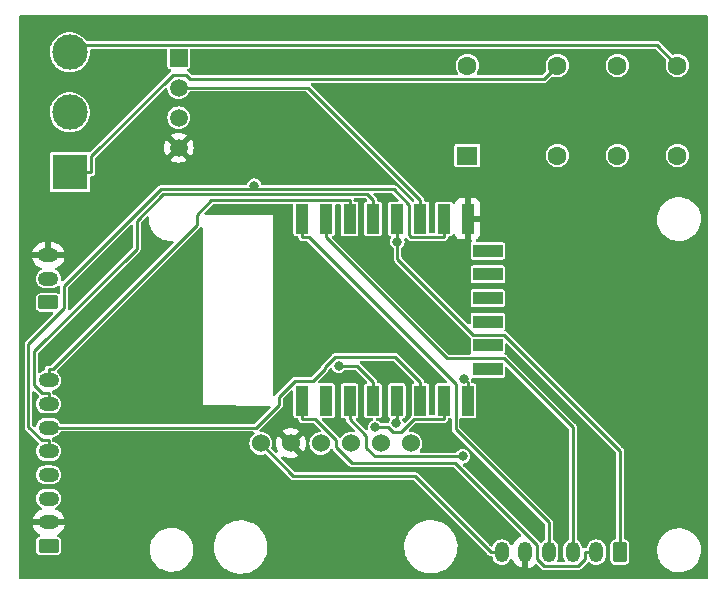
<source format=gbr>
%TF.GenerationSoftware,KiCad,Pcbnew,(6.99.0-3325-gcb6b2da55f)*%
%TF.CreationDate,2023-05-02T13:50:11+02:00*%
%TF.ProjectId,ac-control,61632d63-6f6e-4747-926f-6c2e6b696361,V1.0.0*%
%TF.SameCoordinates,Original*%
%TF.FileFunction,Copper,L1,Top*%
%TF.FilePolarity,Positive*%
%FSLAX46Y46*%
G04 Gerber Fmt 4.6, Leading zero omitted, Abs format (unit mm)*
G04 Created by KiCad (PCBNEW (6.99.0-3325-gcb6b2da55f)) date 2023-05-02 13:50:11*
%MOMM*%
%LPD*%
G01*
G04 APERTURE LIST*
G04 Aperture macros list*
%AMRoundRect*
0 Rectangle with rounded corners*
0 $1 Rounding radius*
0 $2 $3 $4 $5 $6 $7 $8 $9 X,Y pos of 4 corners*
0 Add a 4 corners polygon primitive as box body*
4,1,4,$2,$3,$4,$5,$6,$7,$8,$9,$2,$3,0*
0 Add four circle primitives for the rounded corners*
1,1,$1+$1,$2,$3*
1,1,$1+$1,$4,$5*
1,1,$1+$1,$6,$7*
1,1,$1+$1,$8,$9*
0 Add four rect primitives between the rounded corners*
20,1,$1+$1,$2,$3,$4,$5,0*
20,1,$1+$1,$4,$5,$6,$7,0*
20,1,$1+$1,$6,$7,$8,$9,0*
20,1,$1+$1,$8,$9,$2,$3,0*%
G04 Aperture macros list end*
%TA.AperFunction,SMDPad,CuDef*%
%ADD10R,1.100000X2.500000*%
%TD*%
%TA.AperFunction,SMDPad,CuDef*%
%ADD11R,2.500000X1.100000*%
%TD*%
%TA.AperFunction,ComponentPad*%
%ADD12RoundRect,0.250000X0.350000X0.625000X-0.350000X0.625000X-0.350000X-0.625000X0.350000X-0.625000X0*%
%TD*%
%TA.AperFunction,ComponentPad*%
%ADD13O,1.200000X1.750000*%
%TD*%
%TA.AperFunction,ComponentPad*%
%ADD14RoundRect,0.250000X0.625000X-0.350000X0.625000X0.350000X-0.625000X0.350000X-0.625000X-0.350000X0*%
%TD*%
%TA.AperFunction,ComponentPad*%
%ADD15O,1.750000X1.200000*%
%TD*%
%TA.AperFunction,ComponentPad*%
%ADD16R,3.000000X3.000000*%
%TD*%
%TA.AperFunction,ComponentPad*%
%ADD17C,3.000000*%
%TD*%
%TA.AperFunction,ComponentPad*%
%ADD18C,1.524000*%
%TD*%
%TA.AperFunction,ComponentPad*%
%ADD19C,1.600000*%
%TD*%
%TA.AperFunction,ComponentPad*%
%ADD20R,1.800000X1.600000*%
%TD*%
%TA.AperFunction,ComponentPad*%
%ADD21R,1.500000X1.500000*%
%TD*%
%TA.AperFunction,ComponentPad*%
%ADD22C,1.500000*%
%TD*%
%TA.AperFunction,ViaPad*%
%ADD23C,0.800000*%
%TD*%
%TA.AperFunction,Conductor*%
%ADD24C,0.250000*%
%TD*%
G04 APERTURE END LIST*
D10*
%TO.P,U2,1,REST*%
%TO.N,/REST*%
X116486299Y-116056399D03*
%TO.P,U2,2,ADC*%
%TO.N,/ADC*%
X118486299Y-116056399D03*
%TO.P,U2,3,CH_PD*%
%TO.N,/EN*%
X120486299Y-116056399D03*
%TO.P,U2,4,GPIO16*%
%TO.N,/GPIO16*%
X122486299Y-116056399D03*
%TO.P,U2,5,GPIO14*%
%TO.N,/GPIO14*%
X124486299Y-116056399D03*
%TO.P,U2,6,GPIO12*%
%TO.N,/GPIO12*%
X126486299Y-116056399D03*
%TO.P,U2,7,GPIO13*%
%TO.N,/GPIO13*%
X128486299Y-116056399D03*
%TO.P,U2,8,VCC*%
%TO.N,+3.3V*%
X130486299Y-116056399D03*
%TO.P,U2,9,GND*%
%TO.N,GND*%
X130486299Y-100656399D03*
%TO.P,U2,10,GPIO15*%
%TO.N,/GPIO15*%
X128486299Y-100656399D03*
%TO.P,U2,11,GPIO2*%
%TO.N,/GPIO2*%
X126486299Y-100656399D03*
%TO.P,U2,12,GPIO0*%
%TO.N,/GPIO0*%
X124486299Y-100656399D03*
%TO.P,U2,13,GPIO4*%
%TO.N,/GPIO4*%
X122486299Y-100656399D03*
%TO.P,U2,14,GPIO5*%
%TO.N,/GPIO5*%
X120486299Y-100656399D03*
%TO.P,U2,15,RXD*%
%TO.N,/RX*%
X118486299Y-100656399D03*
%TO.P,U2,16,TXD*%
%TO.N,/TX*%
X116486299Y-100656399D03*
D11*
%TO.P,U2,17,CS0*%
%TO.N,unconnected-(U2-CS0)*%
X132186299Y-113366399D03*
%TO.P,U2,18,MISO*%
%TO.N,unconnected-(U2-MISO)*%
X132186299Y-111366399D03*
%TO.P,U2,19,GPIO9*%
%TO.N,unconnected-(U2-GPIO9)*%
X132186299Y-109366399D03*
%TO.P,U2,20,GPIO10*%
%TO.N,unconnected-(U2-GPIO10)*%
X132186299Y-107366399D03*
%TO.P,U2,21,MOSI*%
%TO.N,unconnected-(U2-MOSI)*%
X132186299Y-105366399D03*
%TO.P,U2,22,SCLK*%
%TO.N,unconnected-(U2-SCLK)*%
X132186299Y-103366399D03*
%TD*%
D12*
%TO.P,J4,1,Pin_1*%
%TO.N,/GPIO0*%
X143379200Y-128879600D03*
D13*
%TO.P,J4,2,Pin_2*%
%TO.N,/REST*%
X141379199Y-128879599D03*
%TO.P,J4,3,Pin_3*%
%TO.N,/RX*%
X139379199Y-128879599D03*
%TO.P,J4,4,Pin_4*%
%TO.N,/TX*%
X137379199Y-128879599D03*
%TO.P,J4,5,Pin_5*%
%TO.N,GND*%
X135379199Y-128879599D03*
%TO.P,J4,6,Pin_6*%
%TO.N,VBUS*%
X133379199Y-128879599D03*
%TD*%
D14*
%TO.P,J2,1,Pin_1*%
%TO.N,+3.3V*%
X94996000Y-107746800D03*
D15*
%TO.P,J2,2,Pin_2*%
%TO.N,/GPIO16*%
X94995999Y-105746799D03*
%TO.P,J2,3,Pin_3*%
%TO.N,GND*%
X94995999Y-103746799D03*
%TD*%
D16*
%TO.P,J5,1,Pin_1*%
%TO.N,Earth*%
X96799399Y-96723199D03*
D17*
%TO.P,J5,2,Pin_2*%
%TO.N,unconnected-(J5-Pin_2)*%
X96799400Y-91643200D03*
%TO.P,J5,3,Pin_3*%
%TO.N,AC*%
X96799400Y-86563200D03*
%TD*%
D15*
%TO.P,J1,8,Pin_8*%
%TO.N,/GPIO5*%
X95004799Y-114346199D03*
%TO.P,J1,7,Pin_7*%
%TO.N,/GPIO4*%
X95004799Y-116346199D03*
%TO.P,J1,6,Pin_6*%
%TO.N,/GPIO12*%
X95004799Y-118346199D03*
%TO.P,J1,5,Pin_5*%
%TO.N,/GPIO15*%
X95004799Y-120346199D03*
%TO.P,J1,4,Pin_4*%
%TO.N,/GPIO14*%
X95004799Y-122346199D03*
%TO.P,J1,3,Pin_3*%
%TO.N,/GPIO13*%
X95004799Y-124346199D03*
%TO.P,J1,2,Pin_2*%
%TO.N,GND*%
X95004799Y-126346199D03*
D14*
%TO.P,J1,1,Pin_1*%
%TO.N,+3.3V*%
X95004800Y-128346200D03*
%TD*%
D18*
%TO.P,J3,1,Pin_1*%
%TO.N,unconnected-(J3-Pin_1)*%
X125669200Y-119684000D03*
%TO.P,J3,2,Pin_2*%
%TO.N,unconnected-(J3-Pin_2)*%
X123129200Y-119684000D03*
%TO.P,J3,3,Pin_3*%
%TO.N,unconnected-(J3-Pin_3)*%
X120589200Y-119684000D03*
%TO.P,J3,4,Pin_4*%
%TO.N,unconnected-(J3-Pin_4)*%
X118049200Y-119674000D03*
%TO.P,J3,5,Pin_5*%
%TO.N,GND*%
X115509200Y-119674000D03*
%TO.P,J3,6,Pin_6*%
%TO.N,VBUS*%
X112969200Y-119674000D03*
%TD*%
D19*
%TO.P,K1,11*%
%TO.N,unconnected-(K1-Pad11)*%
X138092500Y-95307500D03*
%TO.P,K1,12*%
%TO.N,unconnected-(K1-Pad12)*%
X143172500Y-95307500D03*
%TO.P,K1,14*%
%TO.N,unconnected-(K1-Pad14)*%
X148252500Y-95307500D03*
%TO.P,K1,21*%
%TO.N,Earth*%
X138092500Y-87687500D03*
%TO.P,K1,22*%
%TO.N,unconnected-(K1-Pad22)*%
X143172500Y-87687500D03*
%TO.P,K1,24*%
%TO.N,AC*%
X148252500Y-87687500D03*
D20*
%TO.P,K1,A1*%
%TO.N,+3.3V*%
X130472499Y-95307499D03*
D19*
%TO.P,K1,A2*%
%TO.N,Net-(D2-A)*%
X130472500Y-87687500D03*
%TD*%
D21*
%TO.P,U1,1,VCC*%
%TO.N,+3.3V*%
X106015499Y-87016299D03*
D22*
%TO.P,U1,2,IO*%
%TO.N,/GPIO2*%
X106015500Y-89556300D03*
%TO.P,U1,3,NC*%
%TO.N,unconnected-(U1-NC)*%
X106015500Y-92096300D03*
%TO.P,U1,4,GND*%
%TO.N,GND*%
X106015500Y-94636300D03*
%TD*%
D23*
%TO.N,GND*%
X129750000Y-107000000D03*
X125750000Y-107750000D03*
X128500000Y-109750000D03*
%TO.N,/GPIO13*%
X122624100Y-118316600D03*
%TO.N,/GPIO14*%
X124436500Y-117965400D03*
%TO.N,/GPIO16*%
X119585700Y-113125700D03*
%TO.N,/EN*%
X130061500Y-120780400D03*
%TO.N,/GPIO15*%
X112426400Y-97852000D03*
%TO.N,/GPIO0*%
X124540200Y-102603800D03*
%TO.N,+3.3V*%
X130192300Y-114187300D03*
%TO.N,GND*%
X117250000Y-96704100D03*
X122500000Y-113202800D03*
X117500000Y-113209800D03*
X134066000Y-109141300D03*
X106153000Y-113811600D03*
X117250000Y-104798400D03*
X127500000Y-113796400D03*
%TD*%
D24*
%TO.N,/GPIO15*%
X104543800Y-98125600D02*
X96332900Y-106336500D01*
X112426400Y-98125600D02*
X104543800Y-98125600D01*
X93299300Y-111288800D02*
X93299300Y-118291700D01*
X96332900Y-106336500D02*
X96332900Y-108255200D01*
X93299300Y-118291700D02*
X94428700Y-119421100D01*
X96332900Y-108255200D02*
X93299300Y-111288800D01*
X94428700Y-119421100D02*
X95004800Y-119421100D01*
X95004800Y-120346200D02*
X95004800Y-119421100D01*
%TO.N,AC*%
X97421500Y-85941100D02*
X96799400Y-86563200D01*
X146506100Y-85941100D02*
X97421500Y-85941100D01*
X148252500Y-87687500D02*
X146506100Y-85941100D01*
%TO.N,Earth*%
X98624500Y-95379900D02*
X98624500Y-96723200D01*
X105551800Y-88452600D02*
X98624500Y-95379900D01*
X106611800Y-88452600D02*
X105551800Y-88452600D01*
X106973000Y-88813800D02*
X106611800Y-88452600D01*
X136966200Y-88813800D02*
X106973000Y-88813800D01*
X138092500Y-87687500D02*
X136966200Y-88813800D01*
X96799400Y-96723200D02*
X98624500Y-96723200D01*
%TO.N,/GPIO13*%
X128486300Y-115356400D02*
X128486300Y-117631500D01*
X125945100Y-117631500D02*
X128486300Y-117631500D01*
X124845500Y-118731100D02*
X125945100Y-117631500D01*
X124136200Y-118731100D02*
X124845500Y-118731100D01*
X123721700Y-118316600D02*
X124136200Y-118731100D01*
X122624100Y-118316600D02*
X123721700Y-118316600D01*
%TO.N,/GPIO14*%
X124486300Y-115356400D02*
X124486300Y-117631500D01*
X124436500Y-117681300D02*
X124436500Y-117965400D01*
X124486300Y-117631500D02*
X124436500Y-117681300D01*
%TO.N,/GPIO16*%
X121130700Y-113125700D02*
X122486300Y-114481300D01*
X119585700Y-113125700D02*
X121130700Y-113125700D01*
X122486300Y-115356400D02*
X122486300Y-114481300D01*
%TO.N,/EN*%
X120486300Y-115356400D02*
X120486300Y-117631500D01*
X122650900Y-120780400D02*
X130061500Y-120780400D01*
X121898900Y-120028400D02*
X122650900Y-120780400D01*
X121898900Y-119044100D02*
X121898900Y-120028400D01*
X120486300Y-117631500D02*
X121898900Y-119044100D01*
%TO.N,/GPIO2*%
X116961300Y-89556300D02*
X126486300Y-99081300D01*
X106015500Y-89556300D02*
X116961300Y-89556300D01*
X126486300Y-101356400D02*
X126486300Y-99081300D01*
%TO.N,/GPIO15*%
X128486300Y-101356400D02*
X128486300Y-102231500D01*
X124215200Y-98125600D02*
X112426400Y-98125600D01*
X125551600Y-99462000D02*
X124215200Y-98125600D01*
X125551600Y-102058400D02*
X125551600Y-99462000D01*
X125724700Y-102231500D02*
X125551600Y-102058400D01*
X128486300Y-102231500D02*
X125724700Y-102231500D01*
X112426400Y-97852000D02*
X112426400Y-98125600D01*
%TO.N,/RX*%
X139379200Y-118276200D02*
X139379200Y-128879600D01*
X133594200Y-112491200D02*
X139379200Y-118276200D01*
X128746000Y-112491200D02*
X133594200Y-112491200D01*
X118486300Y-102231500D02*
X128746000Y-112491200D01*
X118486300Y-101356400D02*
X118486300Y-102231500D01*
%TO.N,/TX*%
X116486300Y-101356400D02*
X116486300Y-102231500D01*
X117033200Y-102231500D02*
X116486300Y-102231500D01*
X129467100Y-114665400D02*
X117033200Y-102231500D01*
X129467100Y-118462000D02*
X129467100Y-114665400D01*
X137379200Y-126374100D02*
X129467100Y-118462000D01*
X137379200Y-128879600D02*
X137379200Y-126374100D01*
%TO.N,/GPIO5*%
X108792300Y-99081300D02*
X120486300Y-99081300D01*
X107543900Y-100329700D02*
X108792300Y-99081300D01*
X107543900Y-101228900D02*
X107543900Y-100329700D01*
X95351700Y-113421100D02*
X107543900Y-101228900D01*
X95004800Y-113421100D02*
X95351700Y-113421100D01*
X95004800Y-114346200D02*
X95004800Y-113421100D01*
X120486300Y-101356400D02*
X120486300Y-99081300D01*
%TO.N,/GPIO4*%
X122001500Y-98596500D02*
X122486300Y-99081300D01*
X104711200Y-98596500D02*
X122001500Y-98596500D01*
X102466700Y-100841000D02*
X104711200Y-98596500D01*
X102466700Y-103198900D02*
X102466700Y-100841000D01*
X93768300Y-111897300D02*
X102466700Y-103198900D01*
X93768300Y-114762800D02*
X93768300Y-111897300D01*
X94426600Y-115421100D02*
X93768300Y-114762800D01*
X95004800Y-115421100D02*
X94426600Y-115421100D01*
X95004800Y-116346200D02*
X95004800Y-115421100D01*
X122486300Y-101356400D02*
X122486300Y-99081300D01*
%TO.N,VBUS*%
X126015200Y-122440700D02*
X132454100Y-128879600D01*
X115735900Y-122440700D02*
X126015200Y-122440700D01*
X112969200Y-119674000D02*
X115735900Y-122440700D01*
X133379200Y-128879600D02*
X132454100Y-128879600D01*
%TO.N,/GPIO0*%
X124486300Y-102549900D02*
X124486300Y-101356400D01*
X124540200Y-102603800D02*
X124486300Y-102549900D01*
X124540200Y-104049200D02*
X124540200Y-102603800D01*
X130982200Y-110491200D02*
X124540200Y-104049200D01*
X133583700Y-110491200D02*
X130982200Y-110491200D01*
X143379200Y-120286700D02*
X133583700Y-110491200D01*
X143379200Y-128879600D02*
X143379200Y-120286700D01*
%TO.N,/REST*%
X117598300Y-117631500D02*
X116486300Y-117631500D01*
X119324200Y-119357400D02*
X117598300Y-117631500D01*
X119324200Y-119956800D02*
X119324200Y-119357400D01*
X120724700Y-121357300D02*
X119324200Y-119956800D01*
X129440300Y-121357300D02*
X120724700Y-121357300D01*
X136379200Y-128296200D02*
X129440300Y-121357300D01*
X136379200Y-129473500D02*
X136379200Y-128296200D01*
X136988800Y-130083100D02*
X136379200Y-129473500D01*
X139828800Y-130083100D02*
X136988800Y-130083100D01*
X140454100Y-129457800D02*
X139828800Y-130083100D01*
X140454100Y-128879600D02*
X140454100Y-129457800D01*
X141379200Y-128879600D02*
X140454100Y-128879600D01*
X116486300Y-115356400D02*
X116486300Y-117631500D01*
%TO.N,/GPIO12*%
X124376100Y-112371100D02*
X126486300Y-114481300D01*
X119273500Y-112371100D02*
X124376100Y-112371100D01*
X118396200Y-113248400D02*
X119273500Y-112371100D01*
X118396200Y-113369500D02*
X118396200Y-113248400D01*
X117402700Y-114363000D02*
X118396200Y-113369500D01*
X115897000Y-114363000D02*
X117402700Y-114363000D01*
X114521100Y-115738900D02*
X115897000Y-114363000D01*
X114521100Y-116406600D02*
X114521100Y-115738900D01*
X112581500Y-118346200D02*
X114521100Y-116406600D01*
X95004800Y-118346200D02*
X112581500Y-118346200D01*
X126486300Y-115356400D02*
X126486300Y-114481300D01*
%TO.N,+3.3V*%
X130486300Y-115356400D02*
X130486300Y-114481300D01*
X130192300Y-114187300D02*
X130486300Y-114481300D01*
%TD*%
%TA.AperFunction,Conductor*%
%TO.N,GND*%
G36*
X150806621Y-83459002D02*
G01*
X150853114Y-83512658D01*
X150864500Y-83565000D01*
X150864500Y-131063500D01*
X150844498Y-131131621D01*
X150790842Y-131178114D01*
X150738500Y-131189500D01*
X92611500Y-131189500D01*
X92543379Y-131169498D01*
X92496886Y-131115842D01*
X92485500Y-131063500D01*
X92485500Y-126613543D01*
X93654518Y-126613543D01*
X93676561Y-126704408D01*
X93680468Y-126715696D01*
X93763386Y-126897260D01*
X93769360Y-126907609D01*
X93885139Y-127070198D01*
X93892965Y-127079229D01*
X94037416Y-127216963D01*
X94046819Y-127224357D01*
X94214720Y-127332260D01*
X94225357Y-127337744D01*
X94226874Y-127338351D01*
X94227519Y-127338858D01*
X94230684Y-127340490D01*
X94230370Y-127341100D01*
X94282680Y-127382239D01*
X94305899Y-127449332D01*
X94289160Y-127518327D01*
X94237776Y-127567319D01*
X94221656Y-127574253D01*
X94166918Y-127593407D01*
X94057650Y-127674050D01*
X93977007Y-127783318D01*
X93932154Y-127911501D01*
X93929300Y-127941934D01*
X93929300Y-128750466D01*
X93932154Y-128780899D01*
X93934687Y-128788138D01*
X93950477Y-128833262D01*
X93977007Y-128909082D01*
X94057650Y-129018350D01*
X94166918Y-129098993D01*
X94175833Y-129102113D01*
X94175834Y-129102113D01*
X94287862Y-129141313D01*
X94295101Y-129143846D01*
X94302733Y-129144562D01*
X94302734Y-129144562D01*
X94322598Y-129146425D01*
X94322605Y-129146425D01*
X94325534Y-129146700D01*
X95684066Y-129146700D01*
X95686995Y-129146425D01*
X95687002Y-129146425D01*
X95706866Y-129144562D01*
X95706867Y-129144562D01*
X95714499Y-129143846D01*
X95721738Y-129141313D01*
X95833766Y-129102113D01*
X95833767Y-129102113D01*
X95842682Y-129098993D01*
X95951950Y-129018350D01*
X96032593Y-128909082D01*
X96059124Y-128833262D01*
X96074913Y-128788138D01*
X96077446Y-128780899D01*
X96080300Y-128750466D01*
X96080300Y-128744165D01*
X103555788Y-128744165D01*
X103585414Y-129013418D01*
X103586576Y-129017863D01*
X103586577Y-129017868D01*
X103645868Y-129244658D01*
X103653928Y-129275488D01*
X103655729Y-129279726D01*
X103756972Y-129517970D01*
X103759870Y-129524790D01*
X103762263Y-129528711D01*
X103762266Y-129528717D01*
X103848646Y-129670255D01*
X103900982Y-129756010D01*
X104074255Y-129964220D01*
X104077679Y-129967288D01*
X104077683Y-129967292D01*
X104194456Y-130071921D01*
X104275998Y-130144982D01*
X104365101Y-130203932D01*
X104475379Y-130276891D01*
X104501910Y-130294444D01*
X104631384Y-130355139D01*
X104743007Y-130407466D01*
X104743011Y-130407468D01*
X104747176Y-130409420D01*
X104751580Y-130410745D01*
X104756961Y-130412364D01*
X105006569Y-130487460D01*
X105011126Y-130488131D01*
X105011132Y-130488132D01*
X105269999Y-130526229D01*
X105270004Y-130526229D01*
X105274561Y-130526900D01*
X105477631Y-130526900D01*
X105680156Y-130512077D01*
X105684647Y-130511077D01*
X105684651Y-130511076D01*
X105940061Y-130454181D01*
X105940066Y-130454180D01*
X105944553Y-130453180D01*
X106197558Y-130356414D01*
X106433777Y-130223841D01*
X106445222Y-130215004D01*
X106532610Y-130147525D01*
X106648177Y-130058288D01*
X106836186Y-129863281D01*
X106911795Y-129757600D01*
X106991114Y-129646732D01*
X106993799Y-129642979D01*
X107028446Y-129575590D01*
X107115547Y-129406178D01*
X107115549Y-129406172D01*
X107117656Y-129402075D01*
X107119143Y-129397715D01*
X107119146Y-129397709D01*
X107202156Y-129154387D01*
X107205118Y-129145705D01*
X107206485Y-129138307D01*
X107221014Y-129059645D01*
X107254319Y-128879333D01*
X107262187Y-128664037D01*
X107264044Y-128613237D01*
X107264044Y-128613234D01*
X107264212Y-128608635D01*
X107255490Y-128529369D01*
X109014923Y-128529369D01*
X109045082Y-128829162D01*
X109114931Y-129122261D01*
X109148286Y-129208864D01*
X109221708Y-129399502D01*
X109221712Y-129399510D01*
X109223223Y-129403434D01*
X109368025Y-129667665D01*
X109370518Y-129671049D01*
X109370519Y-129671050D01*
X109540526Y-129901785D01*
X109546754Y-129910238D01*
X109625287Y-129991440D01*
X109753290Y-130123795D01*
X109753295Y-130123799D01*
X109756220Y-130126824D01*
X109879075Y-130223841D01*
X109968481Y-130294444D01*
X109992685Y-130313558D01*
X110251930Y-130467109D01*
X110301508Y-130488132D01*
X110525455Y-130583094D01*
X110525459Y-130583095D01*
X110529328Y-130584736D01*
X110533381Y-130585846D01*
X110533386Y-130585848D01*
X110815864Y-130663227D01*
X110815871Y-130663228D01*
X110819929Y-130664340D01*
X111118547Y-130704500D01*
X111344444Y-130704500D01*
X111346529Y-130704360D01*
X111346542Y-130704360D01*
X111565636Y-130689693D01*
X111569834Y-130689412D01*
X111573962Y-130688573D01*
X111860971Y-130630236D01*
X111860973Y-130630235D01*
X111865103Y-130629396D01*
X111869082Y-130628014D01*
X111869087Y-130628013D01*
X112145746Y-130531946D01*
X112145748Y-130531945D01*
X112149737Y-130530560D01*
X112157313Y-130526732D01*
X112389466Y-130409420D01*
X112418659Y-130394668D01*
X112564660Y-130294444D01*
X112663600Y-130226526D01*
X112663606Y-130226521D01*
X112667069Y-130224144D01*
X112670185Y-130221326D01*
X112670191Y-130221321D01*
X112887408Y-130024859D01*
X112887413Y-130024854D01*
X112890533Y-130022032D01*
X113085065Y-129791939D01*
X113093065Y-129779408D01*
X113244921Y-129541530D01*
X113244925Y-129541523D01*
X113247193Y-129537970D01*
X113254822Y-129521530D01*
X113372251Y-129268478D01*
X113372254Y-129268470D01*
X113374023Y-129264658D01*
X113463293Y-128976879D01*
X113466667Y-128956879D01*
X113512709Y-128683922D01*
X113512710Y-128683917D01*
X113513409Y-128679770D01*
X113514089Y-128659435D01*
X113519106Y-128509369D01*
X125124923Y-128509369D01*
X125155082Y-128809162D01*
X125224931Y-129102261D01*
X125270348Y-129220183D01*
X125331708Y-129379502D01*
X125331712Y-129379510D01*
X125333223Y-129383434D01*
X125478025Y-129647665D01*
X125480518Y-129651049D01*
X125480519Y-129651050D01*
X125609976Y-129826750D01*
X125656754Y-129890238D01*
X125691934Y-129926614D01*
X125863290Y-130103795D01*
X125863295Y-130103799D01*
X125866220Y-130106824D01*
X126102685Y-130293558D01*
X126361930Y-130447109D01*
X126439717Y-130480094D01*
X126635455Y-130563094D01*
X126635459Y-130563095D01*
X126639328Y-130564736D01*
X126643381Y-130565846D01*
X126643386Y-130565848D01*
X126925864Y-130643227D01*
X126925871Y-130643228D01*
X126929929Y-130644340D01*
X127228547Y-130684500D01*
X127454444Y-130684500D01*
X127456529Y-130684360D01*
X127456542Y-130684360D01*
X127675636Y-130669693D01*
X127679834Y-130669412D01*
X127683962Y-130668573D01*
X127970971Y-130610236D01*
X127970973Y-130610235D01*
X127975103Y-130609396D01*
X127979082Y-130608014D01*
X127979087Y-130608013D01*
X128255746Y-130511946D01*
X128255748Y-130511945D01*
X128259737Y-130510560D01*
X128272759Y-130503980D01*
X128524893Y-130376571D01*
X128528659Y-130374668D01*
X128674373Y-130274641D01*
X128773600Y-130206526D01*
X128773606Y-130206521D01*
X128777069Y-130204144D01*
X128780185Y-130201326D01*
X128780191Y-130201321D01*
X128997408Y-130004859D01*
X128997413Y-130004854D01*
X129000533Y-130002032D01*
X129195065Y-129771939D01*
X129197331Y-129768390D01*
X129354921Y-129521530D01*
X129354925Y-129521523D01*
X129357193Y-129517970D01*
X129363619Y-129504122D01*
X129482251Y-129248478D01*
X129482254Y-129248470D01*
X129484023Y-129244658D01*
X129573293Y-128956879D01*
X129577041Y-128934662D01*
X129622709Y-128663922D01*
X129622710Y-128663917D01*
X129623409Y-128659770D01*
X129623550Y-128655564D01*
X129633337Y-128362831D01*
X129633337Y-128362825D01*
X129633477Y-128358631D01*
X129603318Y-128058838D01*
X129533469Y-127765739D01*
X129478626Y-127623342D01*
X129426692Y-127488498D01*
X129426688Y-127488490D01*
X129425177Y-127484566D01*
X129280375Y-127220335D01*
X129273421Y-127210897D01*
X129104139Y-126981145D01*
X129104136Y-126981141D01*
X129101646Y-126977762D01*
X128968787Y-126840387D01*
X128895110Y-126764205D01*
X128895105Y-126764201D01*
X128892180Y-126761176D01*
X128684345Y-126597051D01*
X128659019Y-126577051D01*
X128659018Y-126577050D01*
X128655715Y-126574442D01*
X128396470Y-126420891D01*
X128290732Y-126376054D01*
X128122945Y-126304906D01*
X128122941Y-126304905D01*
X128119072Y-126303264D01*
X128115019Y-126302154D01*
X128115014Y-126302152D01*
X127832536Y-126224773D01*
X127832529Y-126224772D01*
X127828471Y-126223660D01*
X127529853Y-126183500D01*
X127303956Y-126183500D01*
X127301871Y-126183640D01*
X127301858Y-126183640D01*
X127092864Y-126197631D01*
X127078566Y-126198588D01*
X127074439Y-126199427D01*
X127074438Y-126199427D01*
X126787429Y-126257764D01*
X126787427Y-126257765D01*
X126783297Y-126258604D01*
X126779318Y-126259986D01*
X126779313Y-126259987D01*
X126502654Y-126356054D01*
X126498663Y-126357440D01*
X126229741Y-126493332D01*
X126170013Y-126534333D01*
X125984800Y-126661474D01*
X125984794Y-126661479D01*
X125981331Y-126663856D01*
X125978215Y-126666674D01*
X125978209Y-126666679D01*
X125760992Y-126863141D01*
X125760987Y-126863146D01*
X125757867Y-126865968D01*
X125563335Y-127096061D01*
X125561072Y-127099606D01*
X125561069Y-127099610D01*
X125403479Y-127346470D01*
X125403475Y-127346477D01*
X125401207Y-127350030D01*
X125399431Y-127353857D01*
X125399430Y-127353859D01*
X125276149Y-127619522D01*
X125276146Y-127619530D01*
X125274377Y-127623342D01*
X125185107Y-127911121D01*
X125184407Y-127915271D01*
X125184406Y-127915275D01*
X125135825Y-128203287D01*
X125134991Y-128208230D01*
X125134851Y-128212430D01*
X125134850Y-128212436D01*
X125126275Y-128468938D01*
X125124923Y-128509369D01*
X113519106Y-128509369D01*
X113523337Y-128382831D01*
X113523337Y-128382825D01*
X113523477Y-128378631D01*
X113493318Y-128078838D01*
X113423469Y-127785739D01*
X113368626Y-127643342D01*
X113316692Y-127508498D01*
X113316688Y-127508490D01*
X113315177Y-127504566D01*
X113170375Y-127240335D01*
X113155639Y-127220335D01*
X112994139Y-127001145D01*
X112994136Y-127001141D01*
X112991646Y-126997762D01*
X112889868Y-126892524D01*
X112785110Y-126784205D01*
X112785105Y-126784201D01*
X112782180Y-126781176D01*
X112558038Y-126604173D01*
X112549019Y-126597051D01*
X112549018Y-126597050D01*
X112545715Y-126594442D01*
X112286470Y-126440891D01*
X112162462Y-126388307D01*
X112012945Y-126324906D01*
X112012941Y-126324905D01*
X112009072Y-126323264D01*
X112005019Y-126322154D01*
X112005014Y-126322152D01*
X111722536Y-126244773D01*
X111722529Y-126244772D01*
X111718471Y-126243660D01*
X111419853Y-126203500D01*
X111193956Y-126203500D01*
X111191871Y-126203640D01*
X111191858Y-126203640D01*
X110982864Y-126217631D01*
X110968566Y-126218588D01*
X110964439Y-126219427D01*
X110964438Y-126219427D01*
X110677429Y-126277764D01*
X110677427Y-126277765D01*
X110673297Y-126278604D01*
X110669318Y-126279986D01*
X110669313Y-126279987D01*
X110446260Y-126357440D01*
X110388663Y-126377440D01*
X110384892Y-126379346D01*
X110384891Y-126379346D01*
X110367158Y-126388307D01*
X110119741Y-126513332D01*
X110089148Y-126534333D01*
X109874800Y-126681474D01*
X109874794Y-126681479D01*
X109871331Y-126683856D01*
X109868215Y-126686674D01*
X109868209Y-126686679D01*
X109650992Y-126883141D01*
X109650987Y-126883146D01*
X109647867Y-126885968D01*
X109453335Y-127116061D01*
X109451072Y-127119606D01*
X109451069Y-127119610D01*
X109293479Y-127366470D01*
X109293475Y-127366477D01*
X109291207Y-127370030D01*
X109289431Y-127373857D01*
X109289430Y-127373859D01*
X109166149Y-127639522D01*
X109166146Y-127639530D01*
X109164377Y-127643342D01*
X109075107Y-127931121D01*
X109074407Y-127935271D01*
X109074406Y-127935275D01*
X109028365Y-128208230D01*
X109024991Y-128228230D01*
X109024851Y-128232430D01*
X109024850Y-128232436D01*
X109015094Y-128524267D01*
X109014923Y-128529369D01*
X107255490Y-128529369D01*
X107234586Y-128339382D01*
X107229429Y-128319653D01*
X107167237Y-128081768D01*
X107167237Y-128081767D01*
X107166072Y-128077312D01*
X107132122Y-127997422D01*
X107061930Y-127832245D01*
X107061928Y-127832241D01*
X107060130Y-127828010D01*
X107057737Y-127824089D01*
X107057734Y-127824083D01*
X106937675Y-127627360D01*
X106919018Y-127596790D01*
X106745745Y-127388580D01*
X106742321Y-127385512D01*
X106742317Y-127385508D01*
X106576515Y-127236950D01*
X106544002Y-127207818D01*
X106421406Y-127126709D01*
X106321925Y-127060893D01*
X106321923Y-127060892D01*
X106318090Y-127058356D01*
X106153384Y-126981145D01*
X106076993Y-126945334D01*
X106076989Y-126945332D01*
X106072824Y-126943380D01*
X105813431Y-126865340D01*
X105808874Y-126864669D01*
X105808868Y-126864668D01*
X105550001Y-126826571D01*
X105549996Y-126826571D01*
X105545439Y-126825900D01*
X105342369Y-126825900D01*
X105139844Y-126840723D01*
X105135353Y-126841723D01*
X105135349Y-126841724D01*
X104879939Y-126898619D01*
X104879934Y-126898620D01*
X104875447Y-126899620D01*
X104622442Y-126996386D01*
X104386223Y-127128959D01*
X104171823Y-127294512D01*
X103983814Y-127489519D01*
X103981132Y-127493268D01*
X103981131Y-127493269D01*
X103870888Y-127647360D01*
X103826201Y-127709821D01*
X103824092Y-127713923D01*
X103705346Y-127944887D01*
X103702344Y-127950725D01*
X103700857Y-127955085D01*
X103700854Y-127955091D01*
X103654993Y-128089520D01*
X103614882Y-128207095D01*
X103614045Y-128211629D01*
X103614044Y-128211631D01*
X103607126Y-128249086D01*
X103565681Y-128473467D01*
X103562510Y-128560221D01*
X103557688Y-128692186D01*
X103555788Y-128744165D01*
X96080300Y-128744165D01*
X96080300Y-127941934D01*
X96077446Y-127911501D01*
X96032593Y-127783318D01*
X95951950Y-127674050D01*
X95842682Y-127593407D01*
X95783075Y-127572550D01*
X95725386Y-127531173D01*
X95699224Y-127465173D01*
X95712896Y-127395506D01*
X95766956Y-127341629D01*
X95876216Y-127285301D01*
X95886275Y-127278837D01*
X96043172Y-127155452D01*
X96051814Y-127147212D01*
X96182523Y-126996366D01*
X96189459Y-126986626D01*
X96289254Y-126813776D01*
X96294222Y-126802897D01*
X96359500Y-126614285D01*
X96359527Y-126614175D01*
X96358089Y-126604173D01*
X96344557Y-126600200D01*
X93669396Y-126600200D01*
X93655865Y-126604173D01*
X93654518Y-126613543D01*
X92485500Y-126613543D01*
X92485500Y-126078225D01*
X93650073Y-126078225D01*
X93651511Y-126088227D01*
X93665043Y-126092200D01*
X96340204Y-126092200D01*
X96353735Y-126088227D01*
X96355082Y-126078857D01*
X96333039Y-125987992D01*
X96329132Y-125976704D01*
X96246214Y-125795140D01*
X96240240Y-125784791D01*
X96124461Y-125622202D01*
X96116635Y-125613171D01*
X95972184Y-125475437D01*
X95962781Y-125468043D01*
X95794880Y-125360140D01*
X95784246Y-125354658D01*
X95643774Y-125298421D01*
X95587967Y-125254534D01*
X95564747Y-125187442D01*
X95581485Y-125118447D01*
X95630144Y-125073297D01*
X95629322Y-125071989D01*
X95776067Y-124979783D01*
X95776068Y-124979783D01*
X95782062Y-124976016D01*
X95909616Y-124848462D01*
X96005589Y-124695722D01*
X96065168Y-124525455D01*
X96085365Y-124346200D01*
X96065168Y-124166945D01*
X96005589Y-123996678D01*
X95909616Y-123843938D01*
X95782062Y-123716384D01*
X95629322Y-123620411D01*
X95459055Y-123560832D01*
X95452028Y-123560040D01*
X95452027Y-123560040D01*
X95412344Y-123555569D01*
X95324754Y-123545700D01*
X94684846Y-123545700D01*
X94597256Y-123555569D01*
X94557573Y-123560040D01*
X94557572Y-123560040D01*
X94550545Y-123560832D01*
X94380278Y-123620411D01*
X94227538Y-123716384D01*
X94099984Y-123843938D01*
X94004011Y-123996678D01*
X93944432Y-124166945D01*
X93924235Y-124346200D01*
X93944432Y-124525455D01*
X94004011Y-124695722D01*
X94099984Y-124848462D01*
X94227538Y-124976016D01*
X94233532Y-124979783D01*
X94233533Y-124979783D01*
X94380278Y-125071989D01*
X94379358Y-125073454D01*
X94425437Y-125115063D01*
X94444041Y-125183579D01*
X94422649Y-125251276D01*
X94368053Y-125296661D01*
X94353564Y-125301896D01*
X94321892Y-125311195D01*
X94310785Y-125315642D01*
X94133384Y-125407099D01*
X94123325Y-125413563D01*
X93966428Y-125536948D01*
X93957786Y-125545188D01*
X93827077Y-125696034D01*
X93820141Y-125705774D01*
X93720346Y-125878624D01*
X93715378Y-125889503D01*
X93650100Y-126078115D01*
X93650073Y-126078225D01*
X92485500Y-126078225D01*
X92485500Y-122346200D01*
X93924235Y-122346200D01*
X93944432Y-122525455D01*
X94004011Y-122695722D01*
X94007776Y-122701714D01*
X94014704Y-122712739D01*
X94099984Y-122848462D01*
X94227538Y-122976016D01*
X94380278Y-123071989D01*
X94550545Y-123131568D01*
X94557572Y-123132360D01*
X94557573Y-123132360D01*
X94597256Y-123136831D01*
X94684846Y-123146700D01*
X95324754Y-123146700D01*
X95412344Y-123136831D01*
X95452027Y-123132360D01*
X95452028Y-123132360D01*
X95459055Y-123131568D01*
X95629322Y-123071989D01*
X95782062Y-122976016D01*
X95909616Y-122848462D01*
X95994897Y-122712739D01*
X96001824Y-122701714D01*
X96005589Y-122695722D01*
X96065168Y-122525455D01*
X96085365Y-122346200D01*
X96067485Y-122187506D01*
X96065960Y-122173973D01*
X96065960Y-122173972D01*
X96065168Y-122166945D01*
X96005589Y-121996678D01*
X95909616Y-121843938D01*
X95782062Y-121716384D01*
X95760447Y-121702802D01*
X95635314Y-121624176D01*
X95629322Y-121620411D01*
X95459055Y-121560832D01*
X95452028Y-121560040D01*
X95452027Y-121560040D01*
X95412344Y-121555569D01*
X95324754Y-121545700D01*
X94684846Y-121545700D01*
X94597256Y-121555569D01*
X94557573Y-121560040D01*
X94557572Y-121560040D01*
X94550545Y-121560832D01*
X94380278Y-121620411D01*
X94374286Y-121624176D01*
X94249154Y-121702802D01*
X94227538Y-121716384D01*
X94099984Y-121843938D01*
X94004011Y-121996678D01*
X93944432Y-122166945D01*
X93943640Y-122173972D01*
X93943640Y-122173973D01*
X93942115Y-122187506D01*
X93924235Y-122346200D01*
X92485500Y-122346200D01*
X92485500Y-118320507D01*
X92970036Y-118320507D01*
X92972890Y-118331156D01*
X92979791Y-118356910D01*
X92982170Y-118367642D01*
X92988712Y-118404745D01*
X92994223Y-118414290D01*
X92995415Y-118417566D01*
X92996892Y-118420734D01*
X92999746Y-118431384D01*
X93006070Y-118440415D01*
X93021355Y-118462244D01*
X93027261Y-118471515D01*
X93032056Y-118479820D01*
X93046106Y-118504155D01*
X93067722Y-118522293D01*
X93074982Y-118528385D01*
X93083085Y-118535811D01*
X94156503Y-119609229D01*
X94190529Y-119671541D01*
X94185464Y-119742356D01*
X94156503Y-119787419D01*
X94099984Y-119843938D01*
X94004011Y-119996678D01*
X93944432Y-120166945D01*
X93943640Y-120173972D01*
X93943640Y-120173973D01*
X93932947Y-120268880D01*
X93924235Y-120346200D01*
X93944432Y-120525455D01*
X94004011Y-120695722D01*
X94099984Y-120848462D01*
X94227538Y-120976016D01*
X94380278Y-121071989D01*
X94550545Y-121131568D01*
X94557572Y-121132360D01*
X94557573Y-121132360D01*
X94597256Y-121136831D01*
X94684846Y-121146700D01*
X95324754Y-121146700D01*
X95412344Y-121136831D01*
X95452027Y-121132360D01*
X95452028Y-121132360D01*
X95459055Y-121131568D01*
X95629322Y-121071989D01*
X95782062Y-120976016D01*
X95909616Y-120848462D01*
X96005589Y-120695722D01*
X96065168Y-120525455D01*
X96085365Y-120346200D01*
X96076653Y-120268880D01*
X96065960Y-120173973D01*
X96065960Y-120173972D01*
X96065168Y-120166945D01*
X96005589Y-119996678D01*
X95909616Y-119843938D01*
X95782062Y-119716384D01*
X95629322Y-119620411D01*
X95459055Y-119560832D01*
X95452030Y-119560041D01*
X95452028Y-119560040D01*
X95442192Y-119558932D01*
X95376739Y-119531428D01*
X95336546Y-119472904D01*
X95330300Y-119433724D01*
X95330300Y-119363706D01*
X95324178Y-119346886D01*
X95318495Y-119325676D01*
X95317459Y-119319803D01*
X95315388Y-119308055D01*
X95311957Y-119302113D01*
X95307618Y-119233820D01*
X95342137Y-119171780D01*
X95404717Y-119138251D01*
X95416411Y-119136373D01*
X95438722Y-119133859D01*
X95452027Y-119132360D01*
X95452028Y-119132360D01*
X95459055Y-119131568D01*
X95629322Y-119071989D01*
X95752015Y-118994896D01*
X95776067Y-118979783D01*
X95776068Y-118979783D01*
X95782062Y-118976016D01*
X95909616Y-118848462D01*
X95983634Y-118730663D01*
X96036811Y-118683626D01*
X96090320Y-118671700D01*
X112321162Y-118671700D01*
X112389283Y-118691702D01*
X112435776Y-118745358D01*
X112445880Y-118815632D01*
X112416386Y-118880212D01*
X112401098Y-118895097D01*
X112285317Y-118990117D01*
X112165038Y-119136676D01*
X112162121Y-119142134D01*
X112162120Y-119142135D01*
X112145179Y-119173830D01*
X112075663Y-119303885D01*
X112069053Y-119325676D01*
X112022424Y-119479391D01*
X112022423Y-119479397D01*
X112020627Y-119485317D01*
X112002043Y-119674000D01*
X112020627Y-119862683D01*
X112022423Y-119868603D01*
X112022424Y-119868609D01*
X112032156Y-119900691D01*
X112075663Y-120044115D01*
X112126417Y-120139069D01*
X112144904Y-120173655D01*
X112165038Y-120211324D01*
X112285317Y-120357883D01*
X112431876Y-120478162D01*
X112437334Y-120481079D01*
X112437335Y-120481080D01*
X112450585Y-120488162D01*
X112599085Y-120567537D01*
X112643771Y-120581092D01*
X112774591Y-120620776D01*
X112774597Y-120620777D01*
X112780517Y-120622573D01*
X112969200Y-120641157D01*
X113157883Y-120622573D01*
X113306349Y-120577537D01*
X113315458Y-120574774D01*
X113386452Y-120574141D01*
X113441128Y-120606254D01*
X115491789Y-122656915D01*
X115499216Y-122665019D01*
X115523445Y-122693894D01*
X115532994Y-122699407D01*
X115556085Y-122712739D01*
X115565356Y-122718645D01*
X115596216Y-122740254D01*
X115606866Y-122743108D01*
X115610034Y-122744585D01*
X115613310Y-122745777D01*
X115622855Y-122751288D01*
X115656599Y-122757238D01*
X115659958Y-122757830D01*
X115670685Y-122760208D01*
X115707093Y-122769964D01*
X115718069Y-122769004D01*
X115718072Y-122769004D01*
X115744643Y-122766679D01*
X115755624Y-122766200D01*
X125828184Y-122766200D01*
X125896305Y-122786202D01*
X125917279Y-122803105D01*
X132209989Y-129095815D01*
X132217416Y-129103919D01*
X132241645Y-129132794D01*
X132251194Y-129138307D01*
X132274285Y-129151639D01*
X132283556Y-129157545D01*
X132314416Y-129179154D01*
X132325066Y-129182008D01*
X132328234Y-129183485D01*
X132331510Y-129184677D01*
X132341055Y-129190188D01*
X132374799Y-129196138D01*
X132378158Y-129196730D01*
X132388885Y-129199108D01*
X132425293Y-129208864D01*
X132455812Y-129206194D01*
X132525416Y-129220183D01*
X132576409Y-129269583D01*
X132592000Y-129317604D01*
X132592477Y-129321832D01*
X132593832Y-129333855D01*
X132653411Y-129504122D01*
X132657176Y-129510114D01*
X132731740Y-129628781D01*
X132749384Y-129656862D01*
X132876938Y-129784416D01*
X132882932Y-129788183D01*
X132882933Y-129788183D01*
X132944312Y-129826750D01*
X133029678Y-129880389D01*
X133199945Y-129939968D01*
X133206972Y-129940760D01*
X133206973Y-129940760D01*
X133372171Y-129959373D01*
X133379200Y-129960165D01*
X133386229Y-129959373D01*
X133551427Y-129940760D01*
X133551428Y-129940760D01*
X133558455Y-129939968D01*
X133728722Y-129880389D01*
X133814088Y-129826750D01*
X133875467Y-129788183D01*
X133875468Y-129788183D01*
X133881462Y-129784416D01*
X134009016Y-129656862D01*
X134026661Y-129628781D01*
X134104989Y-129504122D01*
X134106454Y-129505042D01*
X134148063Y-129458963D01*
X134216579Y-129440359D01*
X134284276Y-129461751D01*
X134329661Y-129516347D01*
X134334896Y-129530836D01*
X134344195Y-129562508D01*
X134348642Y-129573615D01*
X134440099Y-129751016D01*
X134446563Y-129761075D01*
X134569948Y-129917972D01*
X134578188Y-129926614D01*
X134729034Y-130057323D01*
X134738774Y-130064259D01*
X134911624Y-130164054D01*
X134922503Y-130169022D01*
X135111115Y-130234300D01*
X135111225Y-130234327D01*
X135121227Y-130232889D01*
X135125200Y-130219357D01*
X135125200Y-128751600D01*
X135145202Y-128683479D01*
X135198858Y-128636986D01*
X135251200Y-128625600D01*
X135507200Y-128625600D01*
X135575321Y-128645602D01*
X135621814Y-128699258D01*
X135633200Y-128751600D01*
X135633200Y-130215004D01*
X135637173Y-130228535D01*
X135646543Y-130229882D01*
X135737408Y-130207839D01*
X135748696Y-130203932D01*
X135930260Y-130121014D01*
X135940609Y-130115040D01*
X136103198Y-129999261D01*
X136112223Y-129991440D01*
X136181611Y-129918668D01*
X136243096Y-129883170D01*
X136314012Y-129886548D01*
X136361897Y-129916523D01*
X136744689Y-130299315D01*
X136752115Y-130307418D01*
X136776345Y-130336294D01*
X136785894Y-130341807D01*
X136808985Y-130355139D01*
X136818256Y-130361045D01*
X136849116Y-130382654D01*
X136859766Y-130385508D01*
X136862934Y-130386985D01*
X136866210Y-130388177D01*
X136875755Y-130393688D01*
X136909499Y-130399638D01*
X136912858Y-130400230D01*
X136923585Y-130402608D01*
X136959993Y-130412364D01*
X136970969Y-130411404D01*
X136970972Y-130411404D01*
X136997543Y-130409079D01*
X137008524Y-130408600D01*
X139809090Y-130408600D01*
X139820072Y-130409080D01*
X139846620Y-130411403D01*
X139846622Y-130411403D01*
X139857607Y-130412364D01*
X139894015Y-130402608D01*
X139904742Y-130400230D01*
X139908101Y-130399638D01*
X139941845Y-130393688D01*
X139951390Y-130388177D01*
X139954666Y-130386985D01*
X139957834Y-130385508D01*
X139968484Y-130382654D01*
X139999344Y-130361045D01*
X140008615Y-130355139D01*
X140031706Y-130341807D01*
X140041255Y-130336294D01*
X140065485Y-130307417D01*
X140072911Y-130299315D01*
X140643279Y-129728947D01*
X140705591Y-129694921D01*
X140776406Y-129699986D01*
X140821469Y-129728947D01*
X140876938Y-129784416D01*
X140882932Y-129788183D01*
X140882933Y-129788183D01*
X140944312Y-129826750D01*
X141029678Y-129880389D01*
X141199945Y-129939968D01*
X141206972Y-129940760D01*
X141206973Y-129940760D01*
X141372171Y-129959373D01*
X141379200Y-129960165D01*
X141386229Y-129959373D01*
X141551427Y-129940760D01*
X141551428Y-129940760D01*
X141558455Y-129939968D01*
X141728722Y-129880389D01*
X141814088Y-129826750D01*
X141875467Y-129788183D01*
X141875468Y-129788183D01*
X141881462Y-129784416D01*
X142009016Y-129656862D01*
X142026661Y-129628781D01*
X142101224Y-129510114D01*
X142104989Y-129504122D01*
X142164568Y-129333855D01*
X142179700Y-129199554D01*
X142179700Y-128559646D01*
X142164568Y-128425345D01*
X142104989Y-128255078D01*
X142022548Y-128123874D01*
X142012783Y-128108333D01*
X142012783Y-128108332D01*
X142009016Y-128102338D01*
X141881462Y-127974784D01*
X141836643Y-127946622D01*
X141734714Y-127882576D01*
X141728722Y-127878811D01*
X141558455Y-127819232D01*
X141551428Y-127818440D01*
X141551427Y-127818440D01*
X141386229Y-127799827D01*
X141379200Y-127799035D01*
X141372171Y-127799827D01*
X141206973Y-127818440D01*
X141206972Y-127818440D01*
X141199945Y-127819232D01*
X141029678Y-127878811D01*
X141023686Y-127882576D01*
X140921758Y-127946622D01*
X140876938Y-127974784D01*
X140749384Y-128102338D01*
X140745617Y-128108332D01*
X140745617Y-128108333D01*
X140735852Y-128123874D01*
X140653411Y-128255078D01*
X140593832Y-128425345D01*
X140593041Y-128432370D01*
X140593040Y-128432372D01*
X140591932Y-128442208D01*
X140564428Y-128507661D01*
X140505904Y-128547854D01*
X140466724Y-128554100D01*
X140396706Y-128554100D01*
X140379886Y-128560222D01*
X140358676Y-128565905D01*
X140341055Y-128569012D01*
X140335113Y-128572443D01*
X140266820Y-128576782D01*
X140204780Y-128542263D01*
X140171251Y-128479683D01*
X140169372Y-128467984D01*
X140165360Y-128432373D01*
X140165360Y-128432372D01*
X140164568Y-128425345D01*
X140104989Y-128255078D01*
X140022548Y-128123874D01*
X140012783Y-128108333D01*
X140012783Y-128108332D01*
X140009016Y-128102338D01*
X139881462Y-127974784D01*
X139763663Y-127900766D01*
X139716626Y-127847589D01*
X139704700Y-127794080D01*
X139704700Y-118295898D01*
X139705180Y-118284916D01*
X139707502Y-118258380D01*
X139707502Y-118258378D01*
X139708463Y-118247393D01*
X139698712Y-118211003D01*
X139696332Y-118200269D01*
X139691702Y-118174012D01*
X139689788Y-118163155D01*
X139684276Y-118153607D01*
X139683083Y-118150330D01*
X139681606Y-118147162D01*
X139678753Y-118136516D01*
X139657142Y-118105652D01*
X139651238Y-118096384D01*
X139647882Y-118090571D01*
X139632394Y-118063745D01*
X139603531Y-118039526D01*
X139595427Y-118032100D01*
X133838310Y-112274984D01*
X133830883Y-112266880D01*
X133813741Y-112246451D01*
X133813742Y-112246451D01*
X133806655Y-112238006D01*
X133797106Y-112232493D01*
X133774015Y-112219161D01*
X133764744Y-112213255D01*
X133742915Y-112197970D01*
X133733884Y-112191646D01*
X133723232Y-112188792D01*
X133720076Y-112187320D01*
X133716796Y-112186126D01*
X133707245Y-112180612D01*
X133696384Y-112178697D01*
X133689650Y-112176246D01*
X133632479Y-112134152D01*
X133607140Y-112067830D01*
X133616335Y-112009626D01*
X133618272Y-112004951D01*
X133625167Y-111994631D01*
X133636800Y-111936148D01*
X133636800Y-111308816D01*
X133656802Y-111240695D01*
X133710458Y-111194202D01*
X133780732Y-111184098D01*
X133845312Y-111213592D01*
X133851895Y-111219721D01*
X143016795Y-120384621D01*
X143050821Y-120446933D01*
X143053700Y-120473716D01*
X143053700Y-127682604D01*
X143033698Y-127750725D01*
X142980042Y-127797218D01*
X142954592Y-127805701D01*
X142952132Y-127806238D01*
X142944501Y-127806954D01*
X142937262Y-127809487D01*
X142902734Y-127821569D01*
X142816318Y-127851807D01*
X142707050Y-127932450D01*
X142626407Y-128041718D01*
X142623287Y-128050633D01*
X142623287Y-128050634D01*
X142594617Y-128132568D01*
X142581554Y-128169901D01*
X142580838Y-128177533D01*
X142580838Y-128177534D01*
X142579284Y-128194110D01*
X142578700Y-128200334D01*
X142578700Y-129558866D01*
X142578975Y-129561795D01*
X142578975Y-129561802D01*
X142580838Y-129581666D01*
X142581554Y-129589299D01*
X142584087Y-129596538D01*
X142618513Y-129694921D01*
X142626407Y-129717482D01*
X142707050Y-129826750D01*
X142816318Y-129907393D01*
X142825233Y-129910513D01*
X142825234Y-129910513D01*
X142909412Y-129939968D01*
X142944501Y-129952246D01*
X142952133Y-129952962D01*
X142952134Y-129952962D01*
X142971998Y-129954825D01*
X142972005Y-129954825D01*
X142974934Y-129955100D01*
X143783466Y-129955100D01*
X143786395Y-129954825D01*
X143786402Y-129954825D01*
X143806266Y-129952962D01*
X143806267Y-129952962D01*
X143813899Y-129952246D01*
X143848988Y-129939968D01*
X143933166Y-129910513D01*
X143933167Y-129910513D01*
X143942082Y-129907393D01*
X144051350Y-129826750D01*
X144131993Y-129717482D01*
X144139888Y-129694921D01*
X144174313Y-129596538D01*
X144176846Y-129589299D01*
X144177562Y-129581666D01*
X144179425Y-129561802D01*
X144179425Y-129561795D01*
X144179700Y-129558866D01*
X144179700Y-128794965D01*
X146532588Y-128794965D01*
X146562214Y-129064218D01*
X146563376Y-129068663D01*
X146563377Y-129068668D01*
X146615903Y-129269583D01*
X146630728Y-129326288D01*
X146644712Y-129359194D01*
X146731111Y-129562508D01*
X146736670Y-129575590D01*
X146739063Y-129579511D01*
X146739066Y-129579517D01*
X146812588Y-129699986D01*
X146877782Y-129806810D01*
X147051055Y-130015020D01*
X147054479Y-130018088D01*
X147054483Y-130018092D01*
X147106009Y-130064259D01*
X147252798Y-130195782D01*
X147256642Y-130198325D01*
X147430817Y-130313558D01*
X147478710Y-130345244D01*
X147610904Y-130407214D01*
X147719807Y-130458266D01*
X147719811Y-130458268D01*
X147723976Y-130460220D01*
X147983369Y-130538260D01*
X147987926Y-130538931D01*
X147987932Y-130538932D01*
X148246799Y-130577029D01*
X148246804Y-130577029D01*
X148251361Y-130577700D01*
X148454431Y-130577700D01*
X148656956Y-130562877D01*
X148661447Y-130561877D01*
X148661451Y-130561876D01*
X148916861Y-130504981D01*
X148916866Y-130504980D01*
X148921353Y-130503980D01*
X149174358Y-130407214D01*
X149410577Y-130274641D01*
X149624977Y-130109088D01*
X149812986Y-129914081D01*
X149815736Y-129910238D01*
X149967914Y-129697532D01*
X149970599Y-129693779D01*
X149982285Y-129671050D01*
X150092347Y-129456978D01*
X150092349Y-129456972D01*
X150094456Y-129452875D01*
X150095943Y-129448515D01*
X150095946Y-129448509D01*
X150177702Y-129208864D01*
X150181918Y-129196505D01*
X150231119Y-128930133D01*
X150237793Y-128747513D01*
X150240844Y-128664037D01*
X150240844Y-128664034D01*
X150241012Y-128659435D01*
X150211386Y-128390182D01*
X150209465Y-128382831D01*
X150144037Y-128132568D01*
X150144037Y-128132567D01*
X150142872Y-128128112D01*
X150121284Y-128077312D01*
X150038730Y-127883045D01*
X150038728Y-127883041D01*
X150036930Y-127878810D01*
X150034537Y-127874889D01*
X150034534Y-127874883D01*
X149898209Y-127651508D01*
X149895818Y-127647590D01*
X149722545Y-127439380D01*
X149719121Y-127436312D01*
X149719117Y-127436308D01*
X149560862Y-127294512D01*
X149520802Y-127258618D01*
X149398206Y-127177509D01*
X149298725Y-127111693D01*
X149298723Y-127111692D01*
X149294890Y-127109156D01*
X149064482Y-127001145D01*
X149053793Y-126996134D01*
X149053789Y-126996132D01*
X149049624Y-126994180D01*
X148790231Y-126916140D01*
X148785674Y-126915469D01*
X148785668Y-126915468D01*
X148526801Y-126877371D01*
X148526796Y-126877371D01*
X148522239Y-126876700D01*
X148319169Y-126876700D01*
X148116644Y-126891523D01*
X148112153Y-126892523D01*
X148112149Y-126892524D01*
X147856739Y-126949419D01*
X147856734Y-126949420D01*
X147852247Y-126950420D01*
X147599242Y-127047186D01*
X147363023Y-127179759D01*
X147359389Y-127182565D01*
X147359386Y-127182567D01*
X147314842Y-127216963D01*
X147148623Y-127345312D01*
X146960614Y-127540319D01*
X146957932Y-127544068D01*
X146957931Y-127544069D01*
X146842030Y-127706068D01*
X146803001Y-127760621D01*
X146800892Y-127764723D01*
X146690318Y-127979792D01*
X146679144Y-128001525D01*
X146677657Y-128005885D01*
X146677654Y-128005891D01*
X146646234Y-128097991D01*
X146591682Y-128257895D01*
X146542481Y-128524267D01*
X146538778Y-128625600D01*
X146532838Y-128788138D01*
X146532588Y-128794965D01*
X144179700Y-128794965D01*
X144179700Y-128200334D01*
X144179117Y-128194110D01*
X144177562Y-128177534D01*
X144177562Y-128177533D01*
X144176846Y-128169901D01*
X144163783Y-128132568D01*
X144135113Y-128050634D01*
X144135113Y-128050633D01*
X144131993Y-128041718D01*
X144051350Y-127932450D01*
X143942082Y-127851807D01*
X143855667Y-127821569D01*
X143821138Y-127809487D01*
X143813899Y-127806954D01*
X143806268Y-127806238D01*
X143803808Y-127805701D01*
X143741526Y-127771620D01*
X143707556Y-127709278D01*
X143704700Y-127682604D01*
X143704700Y-120306410D01*
X143705180Y-120295428D01*
X143707503Y-120268880D01*
X143707503Y-120268878D01*
X143708464Y-120257893D01*
X143698708Y-120221485D01*
X143696330Y-120210758D01*
X143695042Y-120203454D01*
X143689788Y-120173655D01*
X143684277Y-120164110D01*
X143683085Y-120160834D01*
X143681608Y-120157666D01*
X143678754Y-120147016D01*
X143657145Y-120116156D01*
X143651239Y-120106885D01*
X143637907Y-120083794D01*
X143632394Y-120074245D01*
X143603517Y-120050015D01*
X143595415Y-120042589D01*
X133827811Y-110274985D01*
X133820384Y-110266881D01*
X133803241Y-110246451D01*
X133803242Y-110246451D01*
X133796155Y-110238006D01*
X133786606Y-110232493D01*
X133763515Y-110219161D01*
X133754244Y-110213255D01*
X133732415Y-110197970D01*
X133723384Y-110191646D01*
X133712734Y-110188792D01*
X133709566Y-110187315D01*
X133706289Y-110186122D01*
X133696745Y-110180612D01*
X133687476Y-110178978D01*
X133631103Y-110137472D01*
X133605765Y-110071151D01*
X133614960Y-110012948D01*
X133618274Y-110004946D01*
X133625167Y-109994631D01*
X133636800Y-109936148D01*
X133636800Y-108796652D01*
X133629986Y-108762395D01*
X133627588Y-108750339D01*
X133627588Y-108750338D01*
X133625167Y-108738169D01*
X133580852Y-108671848D01*
X133514531Y-108627533D01*
X133502362Y-108625112D01*
X133502361Y-108625112D01*
X133462116Y-108617107D01*
X133456048Y-108615900D01*
X130916552Y-108615900D01*
X130910484Y-108617107D01*
X130870239Y-108625112D01*
X130870238Y-108625112D01*
X130858069Y-108627533D01*
X130791748Y-108671848D01*
X130747433Y-108738169D01*
X130745012Y-108750338D01*
X130745012Y-108750339D01*
X130742614Y-108762395D01*
X130735800Y-108796652D01*
X130735800Y-109480284D01*
X130715798Y-109548405D01*
X130662142Y-109594898D01*
X130591868Y-109605002D01*
X130527288Y-109575508D01*
X130520705Y-109569379D01*
X128887474Y-107936148D01*
X130735800Y-107936148D01*
X130747433Y-107994631D01*
X130791748Y-108060952D01*
X130858069Y-108105267D01*
X130870238Y-108107688D01*
X130870239Y-108107688D01*
X130910484Y-108115693D01*
X130916552Y-108116900D01*
X133456048Y-108116900D01*
X133462116Y-108115693D01*
X133502361Y-108107688D01*
X133502362Y-108107688D01*
X133514531Y-108105267D01*
X133580852Y-108060952D01*
X133625167Y-107994631D01*
X133636800Y-107936148D01*
X133636800Y-106796652D01*
X133625167Y-106738169D01*
X133580852Y-106671848D01*
X133514531Y-106627533D01*
X133502362Y-106625112D01*
X133502361Y-106625112D01*
X133462116Y-106617107D01*
X133456048Y-106615900D01*
X130916552Y-106615900D01*
X130910484Y-106617107D01*
X130870239Y-106625112D01*
X130870238Y-106625112D01*
X130858069Y-106627533D01*
X130791748Y-106671848D01*
X130747433Y-106738169D01*
X130735800Y-106796652D01*
X130735800Y-107936148D01*
X128887474Y-107936148D01*
X126887474Y-105936148D01*
X130735800Y-105936148D01*
X130747433Y-105994631D01*
X130791748Y-106060952D01*
X130858069Y-106105267D01*
X130870238Y-106107688D01*
X130870239Y-106107688D01*
X130910484Y-106115693D01*
X130916552Y-106116900D01*
X133456048Y-106116900D01*
X133462116Y-106115693D01*
X133502361Y-106107688D01*
X133502362Y-106107688D01*
X133514531Y-106105267D01*
X133580852Y-106060952D01*
X133625167Y-105994631D01*
X133636800Y-105936148D01*
X133636800Y-104796652D01*
X133625167Y-104738169D01*
X133580852Y-104671848D01*
X133514531Y-104627533D01*
X133502362Y-104625112D01*
X133502361Y-104625112D01*
X133462116Y-104617107D01*
X133456048Y-104615900D01*
X130916552Y-104615900D01*
X130910484Y-104617107D01*
X130870239Y-104625112D01*
X130870238Y-104625112D01*
X130858069Y-104627533D01*
X130791748Y-104671848D01*
X130747433Y-104738169D01*
X130735800Y-104796652D01*
X130735800Y-105936148D01*
X126887474Y-105936148D01*
X124902605Y-103951279D01*
X124894343Y-103936148D01*
X130735800Y-103936148D01*
X130747433Y-103994631D01*
X130754326Y-104004947D01*
X130770437Y-104029058D01*
X130791748Y-104060952D01*
X130858069Y-104105267D01*
X130870238Y-104107688D01*
X130870239Y-104107688D01*
X130904034Y-104114410D01*
X130916552Y-104116900D01*
X133456048Y-104116900D01*
X133468566Y-104114410D01*
X133502361Y-104107688D01*
X133502362Y-104107688D01*
X133514531Y-104105267D01*
X133580852Y-104060952D01*
X133602163Y-104029058D01*
X133618274Y-104004947D01*
X133625167Y-103994631D01*
X133636800Y-103936148D01*
X133636800Y-102796652D01*
X133625167Y-102738169D01*
X133580852Y-102671848D01*
X133514531Y-102627533D01*
X133502362Y-102625112D01*
X133502361Y-102625112D01*
X133462116Y-102617107D01*
X133456048Y-102615900D01*
X131286083Y-102615900D01*
X131217962Y-102595898D01*
X131171469Y-102542242D01*
X131161365Y-102471968D01*
X131190859Y-102407388D01*
X131242050Y-102371844D01*
X131273822Y-102359994D01*
X131289476Y-102351446D01*
X131391993Y-102274702D01*
X131404602Y-102262093D01*
X131481346Y-102159576D01*
X131489895Y-102143920D01*
X131535041Y-102022878D01*
X131538638Y-102007657D01*
X131543940Y-101958338D01*
X131544300Y-101951623D01*
X131544300Y-100928515D01*
X131539825Y-100913276D01*
X131538435Y-100912071D01*
X131530752Y-100910400D01*
X130758415Y-100910400D01*
X130743176Y-100914875D01*
X130741971Y-100916265D01*
X130740300Y-100923948D01*
X130740300Y-102396285D01*
X130744775Y-102411524D01*
X130746165Y-102412729D01*
X130753848Y-102414400D01*
X130761678Y-102414400D01*
X130829799Y-102434402D01*
X130876292Y-102488058D01*
X130886396Y-102558332D01*
X130856902Y-102622912D01*
X130831681Y-102645164D01*
X130802064Y-102664954D01*
X130802061Y-102664957D01*
X130791748Y-102671848D01*
X130747433Y-102738169D01*
X130735800Y-102796652D01*
X130735800Y-103936148D01*
X124894343Y-103936148D01*
X124868579Y-103888967D01*
X124865700Y-103862184D01*
X124865700Y-103173086D01*
X124885702Y-103104965D01*
X124914996Y-103073123D01*
X124961936Y-103037105D01*
X124968482Y-103032082D01*
X124982533Y-103013771D01*
X124996259Y-102995882D01*
X125064736Y-102906641D01*
X125125244Y-102760562D01*
X125145882Y-102603800D01*
X125130644Y-102488058D01*
X125126322Y-102455226D01*
X125125244Y-102447038D01*
X125118193Y-102430015D01*
X125110605Y-102359425D01*
X125142386Y-102295939D01*
X125203444Y-102259712D01*
X125274396Y-102262248D01*
X125315593Y-102285277D01*
X125327285Y-102295087D01*
X125335380Y-102302506D01*
X125480601Y-102447728D01*
X125488027Y-102455831D01*
X125512245Y-102484694D01*
X125521788Y-102490204D01*
X125521792Y-102490207D01*
X125544879Y-102503536D01*
X125554149Y-102509441D01*
X125571386Y-102521510D01*
X125585016Y-102531054D01*
X125595664Y-102533907D01*
X125598835Y-102535386D01*
X125602111Y-102536578D01*
X125611655Y-102542088D01*
X125648776Y-102548634D01*
X125659483Y-102551008D01*
X125695893Y-102560763D01*
X125706868Y-102559803D01*
X125706870Y-102559803D01*
X125733431Y-102557479D01*
X125744412Y-102557000D01*
X128543694Y-102557000D01*
X128560514Y-102550878D01*
X128581724Y-102545195D01*
X128588490Y-102544002D01*
X128599345Y-102542088D01*
X128614844Y-102533140D01*
X128634743Y-102523861D01*
X128651560Y-102517740D01*
X128660005Y-102510654D01*
X128660007Y-102510653D01*
X128665272Y-102506235D01*
X128683255Y-102493643D01*
X128689206Y-102490207D01*
X128698755Y-102484694D01*
X128705839Y-102476252D01*
X128705841Y-102476250D01*
X128710260Y-102470984D01*
X128725786Y-102455458D01*
X128731048Y-102451042D01*
X128731049Y-102451041D01*
X128739494Y-102443955D01*
X128748443Y-102428455D01*
X128761039Y-102410467D01*
X128763623Y-102407388D01*
X128772540Y-102396761D01*
X128776308Y-102386408D01*
X128776311Y-102386403D01*
X128778663Y-102379940D01*
X128787944Y-102360036D01*
X128791376Y-102354092D01*
X128791377Y-102354090D01*
X128796888Y-102344545D01*
X128798802Y-102333690D01*
X128798804Y-102333685D01*
X128799996Y-102326924D01*
X128805678Y-102305716D01*
X128808030Y-102299252D01*
X128811800Y-102288894D01*
X128811800Y-102232900D01*
X128831802Y-102164779D01*
X128885458Y-102118286D01*
X128937800Y-102106900D01*
X129056048Y-102106900D01*
X129062116Y-102105693D01*
X129102361Y-102097688D01*
X129102362Y-102097688D01*
X129114531Y-102095267D01*
X129126594Y-102087207D01*
X129170539Y-102057843D01*
X129180852Y-102050952D01*
X129187743Y-102040639D01*
X129187746Y-102040636D01*
X129215537Y-101999045D01*
X129270014Y-101953518D01*
X129340457Y-101944671D01*
X129404501Y-101975312D01*
X129438357Y-102025016D01*
X129482705Y-102143920D01*
X129491254Y-102159576D01*
X129567998Y-102262093D01*
X129580607Y-102274702D01*
X129683124Y-102351446D01*
X129698780Y-102359995D01*
X129819822Y-102405141D01*
X129835043Y-102408738D01*
X129884362Y-102414040D01*
X129891077Y-102414400D01*
X130214185Y-102414400D01*
X130229424Y-102409925D01*
X130230629Y-102408535D01*
X130232300Y-102400852D01*
X130232300Y-100753365D01*
X146532588Y-100753365D01*
X146562214Y-101022618D01*
X146630728Y-101284688D01*
X146632529Y-101288926D01*
X146710757Y-101473011D01*
X146736670Y-101533990D01*
X146739063Y-101537911D01*
X146739066Y-101537917D01*
X146808800Y-101652179D01*
X146877782Y-101765210D01*
X147051055Y-101973420D01*
X147054479Y-101976488D01*
X147054483Y-101976492D01*
X147126073Y-102040636D01*
X147252798Y-102154182D01*
X147297924Y-102184037D01*
X147474652Y-102300959D01*
X147478710Y-102303644D01*
X147610904Y-102365614D01*
X147719807Y-102416666D01*
X147719811Y-102416668D01*
X147723976Y-102418620D01*
X147983369Y-102496660D01*
X147987926Y-102497331D01*
X147987932Y-102497332D01*
X148246799Y-102535429D01*
X148246804Y-102535429D01*
X148251361Y-102536100D01*
X148454431Y-102536100D01*
X148656956Y-102521277D01*
X148661447Y-102520277D01*
X148661451Y-102520276D01*
X148916861Y-102463381D01*
X148916866Y-102463380D01*
X148921353Y-102462380D01*
X149174358Y-102365614D01*
X149410577Y-102233041D01*
X149624977Y-102067488D01*
X149650863Y-102040639D01*
X149809788Y-101875798D01*
X149812986Y-101872481D01*
X149970599Y-101652179D01*
X150031364Y-101533990D01*
X150092347Y-101415378D01*
X150092349Y-101415372D01*
X150094456Y-101411275D01*
X150095943Y-101406915D01*
X150095946Y-101406909D01*
X150180428Y-101159272D01*
X150181918Y-101154905D01*
X150231119Y-100888533D01*
X150241012Y-100617835D01*
X150211386Y-100348582D01*
X150208196Y-100336377D01*
X150144037Y-100090968D01*
X150144037Y-100090967D01*
X150142872Y-100086512D01*
X150036930Y-99837210D01*
X150034537Y-99833289D01*
X150034534Y-99833283D01*
X149898209Y-99609908D01*
X149895818Y-99605990D01*
X149722545Y-99397780D01*
X149719121Y-99394712D01*
X149719117Y-99394708D01*
X149570835Y-99261848D01*
X149520802Y-99217018D01*
X149390048Y-99130512D01*
X149298725Y-99070093D01*
X149298723Y-99070092D01*
X149294890Y-99067556D01*
X149141518Y-98995658D01*
X149053793Y-98954534D01*
X149053789Y-98954532D01*
X149049624Y-98952580D01*
X148790231Y-98874540D01*
X148785674Y-98873869D01*
X148785668Y-98873868D01*
X148526801Y-98835771D01*
X148526796Y-98835771D01*
X148522239Y-98835100D01*
X148319169Y-98835100D01*
X148116644Y-98849923D01*
X148112153Y-98850923D01*
X148112149Y-98850924D01*
X147856739Y-98907819D01*
X147856734Y-98907820D01*
X147852247Y-98908820D01*
X147599242Y-99005586D01*
X147363023Y-99138159D01*
X147359389Y-99140965D01*
X147359386Y-99140967D01*
X147307842Y-99180768D01*
X147148623Y-99303712D01*
X146960614Y-99498719D01*
X146803001Y-99719021D01*
X146800892Y-99723123D01*
X146740059Y-99841445D01*
X146679144Y-99959925D01*
X146677657Y-99964285D01*
X146677654Y-99964291D01*
X146631607Y-100099266D01*
X146591682Y-100216295D01*
X146542481Y-100482667D01*
X146532588Y-100753365D01*
X130232300Y-100753365D01*
X130232300Y-100384285D01*
X130740300Y-100384285D01*
X130744775Y-100399524D01*
X130746165Y-100400729D01*
X130753848Y-100402400D01*
X131526185Y-100402400D01*
X131541424Y-100397925D01*
X131542629Y-100396535D01*
X131544300Y-100388852D01*
X131544300Y-99361177D01*
X131543940Y-99354462D01*
X131538638Y-99305143D01*
X131535041Y-99289922D01*
X131489895Y-99168880D01*
X131481346Y-99153224D01*
X131404602Y-99050707D01*
X131391993Y-99038098D01*
X131289476Y-98961354D01*
X131273820Y-98952805D01*
X131152778Y-98907659D01*
X131137557Y-98904062D01*
X131088238Y-98898760D01*
X131081523Y-98898400D01*
X130758415Y-98898400D01*
X130743176Y-98902875D01*
X130741971Y-98904265D01*
X130740300Y-98911948D01*
X130740300Y-100384285D01*
X130232300Y-100384285D01*
X130232300Y-98916515D01*
X130227825Y-98901276D01*
X130226435Y-98900071D01*
X130218752Y-98898400D01*
X129891077Y-98898400D01*
X129884362Y-98898760D01*
X129835043Y-98904062D01*
X129819822Y-98907659D01*
X129698780Y-98952805D01*
X129683124Y-98961354D01*
X129580607Y-99038098D01*
X129567998Y-99050707D01*
X129491254Y-99153224D01*
X129482705Y-99168880D01*
X129438357Y-99287784D01*
X129395810Y-99344620D01*
X129329290Y-99369431D01*
X129259916Y-99354340D01*
X129215537Y-99313755D01*
X129187746Y-99272164D01*
X129187743Y-99272161D01*
X129180852Y-99261848D01*
X129114531Y-99217533D01*
X129102362Y-99215112D01*
X129102361Y-99215112D01*
X129062116Y-99207107D01*
X129056048Y-99205900D01*
X127916552Y-99205900D01*
X127910484Y-99207107D01*
X127870239Y-99215112D01*
X127870238Y-99215112D01*
X127858069Y-99217533D01*
X127791748Y-99261848D01*
X127747433Y-99328169D01*
X127745012Y-99340338D01*
X127745012Y-99340339D01*
X127742227Y-99354340D01*
X127735800Y-99386652D01*
X127735800Y-101780000D01*
X127715798Y-101848121D01*
X127662142Y-101894614D01*
X127609800Y-101906000D01*
X127362800Y-101906000D01*
X127294679Y-101885998D01*
X127248186Y-101832342D01*
X127236800Y-101780000D01*
X127236800Y-99386652D01*
X127230373Y-99354340D01*
X127227588Y-99340339D01*
X127227588Y-99340338D01*
X127225167Y-99328169D01*
X127180852Y-99261848D01*
X127114531Y-99217533D01*
X127102362Y-99215112D01*
X127102361Y-99215112D01*
X127062116Y-99207107D01*
X127056048Y-99205900D01*
X126939647Y-99205900D01*
X126871526Y-99185898D01*
X126825033Y-99132242D01*
X126814126Y-99068919D01*
X126814603Y-99063470D01*
X126814603Y-99063468D01*
X126815563Y-99052493D01*
X126805808Y-99016083D01*
X126803433Y-99005372D01*
X126803431Y-99005358D01*
X126796888Y-98968255D01*
X126791378Y-98958711D01*
X126790186Y-98955435D01*
X126788707Y-98952264D01*
X126785854Y-98941616D01*
X126764240Y-98910748D01*
X126758336Y-98901479D01*
X126745009Y-98878396D01*
X126745007Y-98878393D01*
X126739494Y-98868845D01*
X126710631Y-98844626D01*
X126702527Y-98837200D01*
X123992575Y-96127248D01*
X129372000Y-96127248D01*
X129383633Y-96185731D01*
X129427948Y-96252052D01*
X129494269Y-96296367D01*
X129506438Y-96298788D01*
X129506439Y-96298788D01*
X129546684Y-96306793D01*
X129552752Y-96308000D01*
X131392248Y-96308000D01*
X131398316Y-96306793D01*
X131438561Y-96298788D01*
X131438562Y-96298788D01*
X131450731Y-96296367D01*
X131517052Y-96252052D01*
X131561367Y-96185731D01*
X131573000Y-96127248D01*
X131573000Y-95307500D01*
X137087159Y-95307500D01*
X137106476Y-95503632D01*
X137163686Y-95692227D01*
X137166602Y-95697682D01*
X137166603Y-95697685D01*
X137182146Y-95726764D01*
X137256590Y-95866038D01*
X137381617Y-96018383D01*
X137533962Y-96143410D01*
X137539420Y-96146327D01*
X137539421Y-96146328D01*
X137702315Y-96233397D01*
X137702318Y-96233398D01*
X137707773Y-96236314D01*
X137896368Y-96293524D01*
X138092500Y-96312841D01*
X138288632Y-96293524D01*
X138477227Y-96236314D01*
X138482682Y-96233398D01*
X138482685Y-96233397D01*
X138645579Y-96146328D01*
X138645580Y-96146327D01*
X138651038Y-96143410D01*
X138803383Y-96018383D01*
X138928410Y-95866038D01*
X139002854Y-95726764D01*
X139018397Y-95697685D01*
X139018398Y-95697682D01*
X139021314Y-95692227D01*
X139078524Y-95503632D01*
X139097841Y-95307500D01*
X142167159Y-95307500D01*
X142186476Y-95503632D01*
X142243686Y-95692227D01*
X142246602Y-95697682D01*
X142246603Y-95697685D01*
X142262146Y-95726764D01*
X142336590Y-95866038D01*
X142461617Y-96018383D01*
X142613962Y-96143410D01*
X142619420Y-96146327D01*
X142619421Y-96146328D01*
X142782315Y-96233397D01*
X142782318Y-96233398D01*
X142787773Y-96236314D01*
X142976368Y-96293524D01*
X143172500Y-96312841D01*
X143368632Y-96293524D01*
X143557227Y-96236314D01*
X143562682Y-96233398D01*
X143562685Y-96233397D01*
X143725579Y-96146328D01*
X143725580Y-96146327D01*
X143731038Y-96143410D01*
X143883383Y-96018383D01*
X144008410Y-95866038D01*
X144082854Y-95726764D01*
X144098397Y-95697685D01*
X144098398Y-95697682D01*
X144101314Y-95692227D01*
X144158524Y-95503632D01*
X144177841Y-95307500D01*
X147247159Y-95307500D01*
X147266476Y-95503632D01*
X147323686Y-95692227D01*
X147326602Y-95697682D01*
X147326603Y-95697685D01*
X147342146Y-95726764D01*
X147416590Y-95866038D01*
X147541617Y-96018383D01*
X147693962Y-96143410D01*
X147699420Y-96146327D01*
X147699421Y-96146328D01*
X147862315Y-96233397D01*
X147862318Y-96233398D01*
X147867773Y-96236314D01*
X148056368Y-96293524D01*
X148252500Y-96312841D01*
X148448632Y-96293524D01*
X148637227Y-96236314D01*
X148642682Y-96233398D01*
X148642685Y-96233397D01*
X148805579Y-96146328D01*
X148805580Y-96146327D01*
X148811038Y-96143410D01*
X148963383Y-96018383D01*
X149088410Y-95866038D01*
X149162854Y-95726764D01*
X149178397Y-95697685D01*
X149178398Y-95697682D01*
X149181314Y-95692227D01*
X149238524Y-95503632D01*
X149257841Y-95307500D01*
X149238524Y-95111368D01*
X149181314Y-94922773D01*
X149088410Y-94748962D01*
X148963383Y-94596617D01*
X148811038Y-94471590D01*
X148805579Y-94468672D01*
X148642685Y-94381603D01*
X148642682Y-94381602D01*
X148637227Y-94378686D01*
X148448632Y-94321476D01*
X148252500Y-94302159D01*
X148056368Y-94321476D01*
X147867773Y-94378686D01*
X147862318Y-94381602D01*
X147862315Y-94381603D01*
X147699421Y-94468672D01*
X147693962Y-94471590D01*
X147541617Y-94596617D01*
X147416590Y-94748962D01*
X147323686Y-94922773D01*
X147266476Y-95111368D01*
X147247159Y-95307500D01*
X144177841Y-95307500D01*
X144158524Y-95111368D01*
X144101314Y-94922773D01*
X144008410Y-94748962D01*
X143883383Y-94596617D01*
X143731038Y-94471590D01*
X143725579Y-94468672D01*
X143562685Y-94381603D01*
X143562682Y-94381602D01*
X143557227Y-94378686D01*
X143368632Y-94321476D01*
X143172500Y-94302159D01*
X142976368Y-94321476D01*
X142787773Y-94378686D01*
X142782318Y-94381602D01*
X142782315Y-94381603D01*
X142619421Y-94468672D01*
X142613962Y-94471590D01*
X142461617Y-94596617D01*
X142336590Y-94748962D01*
X142243686Y-94922773D01*
X142186476Y-95111368D01*
X142167159Y-95307500D01*
X139097841Y-95307500D01*
X139078524Y-95111368D01*
X139021314Y-94922773D01*
X138928410Y-94748962D01*
X138803383Y-94596617D01*
X138651038Y-94471590D01*
X138645579Y-94468672D01*
X138482685Y-94381603D01*
X138482682Y-94381602D01*
X138477227Y-94378686D01*
X138288632Y-94321476D01*
X138092500Y-94302159D01*
X137896368Y-94321476D01*
X137707773Y-94378686D01*
X137702318Y-94381602D01*
X137702315Y-94381603D01*
X137539421Y-94468672D01*
X137533962Y-94471590D01*
X137381617Y-94596617D01*
X137256590Y-94748962D01*
X137163686Y-94922773D01*
X137106476Y-95111368D01*
X137087159Y-95307500D01*
X131573000Y-95307500D01*
X131573000Y-94487752D01*
X131561367Y-94429269D01*
X131517052Y-94362948D01*
X131450731Y-94318633D01*
X131438562Y-94316212D01*
X131438561Y-94316212D01*
X131398316Y-94308207D01*
X131392248Y-94307000D01*
X129552752Y-94307000D01*
X129546684Y-94308207D01*
X129506439Y-94316212D01*
X129506438Y-94316212D01*
X129494269Y-94318633D01*
X129427948Y-94362948D01*
X129383633Y-94429269D01*
X129372000Y-94487752D01*
X129372000Y-96127248D01*
X123992575Y-96127248D01*
X117219721Y-89354395D01*
X117185695Y-89292083D01*
X117190760Y-89221268D01*
X117233307Y-89164432D01*
X117299827Y-89139621D01*
X117308816Y-89139300D01*
X136946490Y-89139300D01*
X136957472Y-89139780D01*
X136984020Y-89142103D01*
X136984022Y-89142103D01*
X136995007Y-89143064D01*
X137031415Y-89133308D01*
X137042142Y-89130930D01*
X137045501Y-89130338D01*
X137079245Y-89124388D01*
X137088790Y-89118877D01*
X137092066Y-89117685D01*
X137095234Y-89116208D01*
X137105884Y-89113354D01*
X137136744Y-89091745D01*
X137146015Y-89085839D01*
X137169106Y-89072507D01*
X137178655Y-89066994D01*
X137202885Y-89038117D01*
X137210311Y-89030015D01*
X137590105Y-88650221D01*
X137652417Y-88616195D01*
X137715776Y-88618742D01*
X137786249Y-88640120D01*
X137896368Y-88673524D01*
X138092500Y-88692841D01*
X138288632Y-88673524D01*
X138477227Y-88616314D01*
X138482682Y-88613398D01*
X138482685Y-88613397D01*
X138645579Y-88526328D01*
X138645580Y-88526327D01*
X138651038Y-88523410D01*
X138803383Y-88398383D01*
X138928410Y-88246038D01*
X138940017Y-88224323D01*
X139018397Y-88077685D01*
X139018398Y-88077682D01*
X139021314Y-88072227D01*
X139078524Y-87883632D01*
X139097841Y-87687500D01*
X142167159Y-87687500D01*
X142186476Y-87883632D01*
X142243686Y-88072227D01*
X142246602Y-88077682D01*
X142246603Y-88077685D01*
X142324983Y-88224323D01*
X142336590Y-88246038D01*
X142461617Y-88398383D01*
X142613962Y-88523410D01*
X142619420Y-88526327D01*
X142619421Y-88526328D01*
X142782315Y-88613397D01*
X142782318Y-88613398D01*
X142787773Y-88616314D01*
X142976368Y-88673524D01*
X143172500Y-88692841D01*
X143368632Y-88673524D01*
X143557227Y-88616314D01*
X143562682Y-88613398D01*
X143562685Y-88613397D01*
X143725579Y-88526328D01*
X143725580Y-88526327D01*
X143731038Y-88523410D01*
X143883383Y-88398383D01*
X144008410Y-88246038D01*
X144020017Y-88224323D01*
X144098397Y-88077685D01*
X144098398Y-88077682D01*
X144101314Y-88072227D01*
X144158524Y-87883632D01*
X144177841Y-87687500D01*
X144158524Y-87491368D01*
X144101314Y-87302773D01*
X144008410Y-87128962D01*
X143883383Y-86976617D01*
X143731038Y-86851590D01*
X143725579Y-86848672D01*
X143562685Y-86761603D01*
X143562682Y-86761602D01*
X143557227Y-86758686D01*
X143368632Y-86701476D01*
X143172500Y-86682159D01*
X142976368Y-86701476D01*
X142787773Y-86758686D01*
X142782318Y-86761602D01*
X142782315Y-86761603D01*
X142619421Y-86848672D01*
X142613962Y-86851590D01*
X142461617Y-86976617D01*
X142336590Y-87128962D01*
X142243686Y-87302773D01*
X142186476Y-87491368D01*
X142167159Y-87687500D01*
X139097841Y-87687500D01*
X139078524Y-87491368D01*
X139021314Y-87302773D01*
X138928410Y-87128962D01*
X138803383Y-86976617D01*
X138651038Y-86851590D01*
X138645579Y-86848672D01*
X138482685Y-86761603D01*
X138482682Y-86761602D01*
X138477227Y-86758686D01*
X138288632Y-86701476D01*
X138092500Y-86682159D01*
X137896368Y-86701476D01*
X137707773Y-86758686D01*
X137702318Y-86761602D01*
X137702315Y-86761603D01*
X137539421Y-86848672D01*
X137533962Y-86851590D01*
X137381617Y-86976617D01*
X137256590Y-87128962D01*
X137163686Y-87302773D01*
X137106476Y-87491368D01*
X137087159Y-87687500D01*
X137106476Y-87883632D01*
X137130351Y-87962337D01*
X137161258Y-88064224D01*
X137161892Y-88135218D01*
X137129779Y-88189895D01*
X136868279Y-88451395D01*
X136805967Y-88485421D01*
X136779184Y-88488300D01*
X131375995Y-88488300D01*
X131307874Y-88468298D01*
X131261381Y-88414642D01*
X131251277Y-88344368D01*
X131278596Y-88282366D01*
X131304484Y-88250822D01*
X131304485Y-88250821D01*
X131308410Y-88246038D01*
X131320017Y-88224323D01*
X131398397Y-88077685D01*
X131398398Y-88077682D01*
X131401314Y-88072227D01*
X131458524Y-87883632D01*
X131477841Y-87687500D01*
X131458524Y-87491368D01*
X131401314Y-87302773D01*
X131308410Y-87128962D01*
X131183383Y-86976617D01*
X131031038Y-86851590D01*
X131025579Y-86848672D01*
X130862685Y-86761603D01*
X130862682Y-86761602D01*
X130857227Y-86758686D01*
X130668632Y-86701476D01*
X130472500Y-86682159D01*
X130276368Y-86701476D01*
X130087773Y-86758686D01*
X130082318Y-86761602D01*
X130082315Y-86761603D01*
X129919421Y-86848672D01*
X129913962Y-86851590D01*
X129761617Y-86976617D01*
X129636590Y-87128962D01*
X129543686Y-87302773D01*
X129486476Y-87491368D01*
X129467159Y-87687500D01*
X129486476Y-87883632D01*
X129543686Y-88072227D01*
X129546602Y-88077682D01*
X129546603Y-88077685D01*
X129624983Y-88224323D01*
X129636590Y-88246038D01*
X129640515Y-88250821D01*
X129640516Y-88250822D01*
X129666404Y-88282366D01*
X129694158Y-88347713D01*
X129682177Y-88417691D01*
X129634264Y-88470083D01*
X129569005Y-88488300D01*
X107160016Y-88488300D01*
X107091895Y-88468298D01*
X107070921Y-88451395D01*
X106855911Y-88236385D01*
X106848484Y-88228281D01*
X106831341Y-88207851D01*
X106831342Y-88207851D01*
X106824255Y-88199406D01*
X106804535Y-88188021D01*
X106755541Y-88136639D01*
X106742104Y-88066926D01*
X106768490Y-88001014D01*
X106820712Y-87963826D01*
X106820095Y-87962337D01*
X106831561Y-87957588D01*
X106843731Y-87955167D01*
X106910052Y-87910852D01*
X106954367Y-87844531D01*
X106966000Y-87786048D01*
X106966000Y-86392600D01*
X106986002Y-86324479D01*
X107039658Y-86277986D01*
X107092000Y-86266600D01*
X146319084Y-86266600D01*
X146387205Y-86286602D01*
X146408179Y-86303505D01*
X147289779Y-87185105D01*
X147323805Y-87247417D01*
X147321258Y-87310776D01*
X147266476Y-87491368D01*
X147247159Y-87687500D01*
X147266476Y-87883632D01*
X147323686Y-88072227D01*
X147326602Y-88077682D01*
X147326603Y-88077685D01*
X147404983Y-88224323D01*
X147416590Y-88246038D01*
X147541617Y-88398383D01*
X147693962Y-88523410D01*
X147699420Y-88526327D01*
X147699421Y-88526328D01*
X147862315Y-88613397D01*
X147862318Y-88613398D01*
X147867773Y-88616314D01*
X148056368Y-88673524D01*
X148252500Y-88692841D01*
X148448632Y-88673524D01*
X148637227Y-88616314D01*
X148642682Y-88613398D01*
X148642685Y-88613397D01*
X148805579Y-88526328D01*
X148805580Y-88526327D01*
X148811038Y-88523410D01*
X148963383Y-88398383D01*
X149088410Y-88246038D01*
X149100017Y-88224323D01*
X149178397Y-88077685D01*
X149178398Y-88077682D01*
X149181314Y-88072227D01*
X149238524Y-87883632D01*
X149257841Y-87687500D01*
X149238524Y-87491368D01*
X149181314Y-87302773D01*
X149088410Y-87128962D01*
X148963383Y-86976617D01*
X148811038Y-86851590D01*
X148805579Y-86848672D01*
X148642685Y-86761603D01*
X148642682Y-86761602D01*
X148637227Y-86758686D01*
X148448632Y-86701476D01*
X148252500Y-86682159D01*
X148056368Y-86701476D01*
X147979549Y-86724779D01*
X147875776Y-86756258D01*
X147804782Y-86756892D01*
X147750105Y-86724779D01*
X146750211Y-85724885D01*
X146742784Y-85716781D01*
X146725641Y-85696351D01*
X146725642Y-85696351D01*
X146718555Y-85687906D01*
X146709006Y-85682393D01*
X146685915Y-85669061D01*
X146676644Y-85663155D01*
X146654815Y-85647870D01*
X146645784Y-85641546D01*
X146635134Y-85638692D01*
X146631966Y-85637215D01*
X146628690Y-85636023D01*
X146619145Y-85630512D01*
X146585401Y-85624562D01*
X146582042Y-85623970D01*
X146571315Y-85621592D01*
X146534907Y-85611836D01*
X146523922Y-85612797D01*
X146523920Y-85612797D01*
X146497372Y-85615120D01*
X146486390Y-85615600D01*
X98279415Y-85615600D01*
X98211294Y-85595598D01*
X98180904Y-85568160D01*
X98052385Y-85407003D01*
X98052383Y-85407001D01*
X98049450Y-85403323D01*
X97862617Y-85229968D01*
X97652034Y-85086395D01*
X97422404Y-84975811D01*
X97300631Y-84938249D01*
X97183365Y-84902077D01*
X97183362Y-84902076D01*
X97178858Y-84900687D01*
X97081558Y-84886021D01*
X96931495Y-84863402D01*
X96931490Y-84863402D01*
X96926835Y-84862700D01*
X96671965Y-84862700D01*
X96667310Y-84863402D01*
X96667305Y-84863402D01*
X96517242Y-84886021D01*
X96419942Y-84900687D01*
X96415438Y-84902076D01*
X96415435Y-84902077D01*
X96298169Y-84938249D01*
X96176396Y-84975811D01*
X95946766Y-85086395D01*
X95736183Y-85229968D01*
X95549350Y-85403323D01*
X95546417Y-85407001D01*
X95546415Y-85407003D01*
X95393376Y-85598907D01*
X95393373Y-85598911D01*
X95390441Y-85602588D01*
X95263007Y-85823312D01*
X95169892Y-86060563D01*
X95168842Y-86065162D01*
X95168842Y-86065163D01*
X95119301Y-86282218D01*
X95113178Y-86309043D01*
X95112826Y-86313743D01*
X95112825Y-86313748D01*
X95106916Y-86392600D01*
X95094132Y-86563200D01*
X95094484Y-86567897D01*
X95110968Y-86787862D01*
X95113178Y-86817357D01*
X95169892Y-87065837D01*
X95263007Y-87303088D01*
X95390441Y-87523812D01*
X95393373Y-87527489D01*
X95393376Y-87527493D01*
X95516063Y-87681337D01*
X95549350Y-87723077D01*
X95736183Y-87896432D01*
X95946766Y-88040005D01*
X96002668Y-88066926D01*
X96158586Y-88142012D01*
X96176396Y-88150589D01*
X96256546Y-88175312D01*
X96415435Y-88224323D01*
X96415438Y-88224324D01*
X96419942Y-88225713D01*
X96490745Y-88236385D01*
X96667305Y-88262998D01*
X96667310Y-88262998D01*
X96671965Y-88263700D01*
X96926835Y-88263700D01*
X96931490Y-88262998D01*
X96931495Y-88262998D01*
X97108055Y-88236385D01*
X97178858Y-88225713D01*
X97183362Y-88224324D01*
X97183365Y-88224323D01*
X97342254Y-88175312D01*
X97422404Y-88150589D01*
X97440215Y-88142012D01*
X97596132Y-88066926D01*
X97652034Y-88040005D01*
X97862617Y-87896432D01*
X98049450Y-87723077D01*
X98082737Y-87681337D01*
X98205424Y-87527493D01*
X98205427Y-87527489D01*
X98208359Y-87523812D01*
X98335793Y-87303088D01*
X98428908Y-87065837D01*
X98485622Y-86817357D01*
X98487833Y-86787862D01*
X98504316Y-86567897D01*
X98504668Y-86563200D01*
X98492589Y-86402015D01*
X98507445Y-86332591D01*
X98557476Y-86282218D01*
X98618237Y-86266600D01*
X104939000Y-86266600D01*
X105007121Y-86286602D01*
X105053614Y-86340258D01*
X105065000Y-86392600D01*
X105065000Y-87786048D01*
X105076633Y-87844531D01*
X105120948Y-87910852D01*
X105187269Y-87955167D01*
X105199438Y-87957588D01*
X105199439Y-87957588D01*
X105239684Y-87965593D01*
X105245752Y-87966800D01*
X105273350Y-87966800D01*
X105341471Y-87986802D01*
X105387964Y-88040458D01*
X105398068Y-88110732D01*
X105368574Y-88175312D01*
X105354341Y-88189322D01*
X105348892Y-88193894D01*
X105339345Y-88199406D01*
X105332259Y-88207851D01*
X105315115Y-88228282D01*
X105307689Y-88236385D01*
X98528726Y-95015348D01*
X98466414Y-95049374D01*
X98391414Y-95042662D01*
X98387947Y-95041226D01*
X98377631Y-95034333D01*
X98365462Y-95031912D01*
X98365461Y-95031912D01*
X98325216Y-95023907D01*
X98319148Y-95022700D01*
X95279652Y-95022700D01*
X95273584Y-95023907D01*
X95233339Y-95031912D01*
X95233338Y-95031912D01*
X95221169Y-95034333D01*
X95154848Y-95078648D01*
X95110533Y-95144969D01*
X95098900Y-95203452D01*
X95098900Y-98242948D01*
X95110533Y-98301431D01*
X95154848Y-98367752D01*
X95221169Y-98412067D01*
X95233338Y-98414488D01*
X95233339Y-98414488D01*
X95273584Y-98422493D01*
X95279652Y-98423700D01*
X98319148Y-98423700D01*
X98325216Y-98422493D01*
X98365461Y-98414488D01*
X98365462Y-98414488D01*
X98377631Y-98412067D01*
X98443952Y-98367752D01*
X98488267Y-98301431D01*
X98499900Y-98242948D01*
X98499900Y-97174700D01*
X98519902Y-97106579D01*
X98573558Y-97060086D01*
X98625900Y-97048700D01*
X98681894Y-97048700D01*
X98698714Y-97042578D01*
X98719924Y-97036895D01*
X98726690Y-97035702D01*
X98737545Y-97033788D01*
X98753044Y-97024840D01*
X98772943Y-97015561D01*
X98789760Y-97009440D01*
X98798205Y-97002354D01*
X98798207Y-97002353D01*
X98803472Y-96997935D01*
X98821455Y-96985343D01*
X98836955Y-96976394D01*
X98844039Y-96967952D01*
X98844041Y-96967950D01*
X98848460Y-96962684D01*
X98863986Y-96947158D01*
X98869248Y-96942742D01*
X98877694Y-96935655D01*
X98886642Y-96920157D01*
X98899239Y-96902167D01*
X98903656Y-96896903D01*
X98910740Y-96888461D01*
X98914508Y-96878108D01*
X98914511Y-96878103D01*
X98916863Y-96871640D01*
X98926144Y-96851736D01*
X98929576Y-96845792D01*
X98935088Y-96836245D01*
X98937002Y-96825391D01*
X98937004Y-96825385D01*
X98938196Y-96818624D01*
X98943878Y-96797416D01*
X98946230Y-96790952D01*
X98950000Y-96780594D01*
X98950000Y-95686461D01*
X105329893Y-95686461D01*
X105339187Y-95698475D01*
X105379588Y-95726764D01*
X105389084Y-95732247D01*
X105578613Y-95820626D01*
X105588905Y-95824372D01*
X105790901Y-95878496D01*
X105801696Y-95880399D01*
X106010025Y-95898626D01*
X106020975Y-95898626D01*
X106229304Y-95880399D01*
X106240099Y-95878496D01*
X106442095Y-95824372D01*
X106452387Y-95820626D01*
X106641916Y-95732247D01*
X106651412Y-95726764D01*
X106692648Y-95697890D01*
X106701023Y-95687412D01*
X106693957Y-95673968D01*
X106028311Y-95008321D01*
X106014368Y-95000708D01*
X106012534Y-95000839D01*
X106005920Y-95005090D01*
X105336320Y-95674691D01*
X105329893Y-95686461D01*
X98950000Y-95686461D01*
X98950000Y-95566916D01*
X98970002Y-95498795D01*
X98986905Y-95477821D01*
X99822951Y-94641775D01*
X104753174Y-94641775D01*
X104771401Y-94850104D01*
X104773304Y-94860899D01*
X104827428Y-95062895D01*
X104831174Y-95073187D01*
X104919553Y-95262716D01*
X104925036Y-95272212D01*
X104953910Y-95313448D01*
X104964388Y-95321823D01*
X104977832Y-95314757D01*
X105643479Y-94649111D01*
X105649856Y-94637432D01*
X106379908Y-94637432D01*
X106380039Y-94639266D01*
X106384290Y-94645880D01*
X107053891Y-95315480D01*
X107065661Y-95321907D01*
X107077675Y-95312613D01*
X107105964Y-95272212D01*
X107111447Y-95262716D01*
X107199826Y-95073187D01*
X107203572Y-95062895D01*
X107257696Y-94860899D01*
X107259599Y-94850104D01*
X107277826Y-94641775D01*
X107277826Y-94630825D01*
X107259599Y-94422496D01*
X107257696Y-94411701D01*
X107203572Y-94209705D01*
X107199826Y-94199413D01*
X107111446Y-94009883D01*
X107105966Y-94000393D01*
X107077089Y-93959151D01*
X107066613Y-93950777D01*
X107053166Y-93957845D01*
X106387521Y-94623489D01*
X106379908Y-94637432D01*
X105649856Y-94637432D01*
X105651092Y-94635168D01*
X105650961Y-94633334D01*
X105646710Y-94626720D01*
X104977109Y-93957120D01*
X104965339Y-93950693D01*
X104953324Y-93959989D01*
X104925034Y-94000393D01*
X104919554Y-94009883D01*
X104831174Y-94199413D01*
X104827428Y-94209705D01*
X104773304Y-94411701D01*
X104771401Y-94422496D01*
X104753174Y-94630825D01*
X104753174Y-94641775D01*
X99822951Y-94641775D01*
X100879539Y-93585187D01*
X105329977Y-93585187D01*
X105337045Y-93598634D01*
X106002689Y-94264279D01*
X106016632Y-94271892D01*
X106018466Y-94271761D01*
X106025080Y-94267510D01*
X106694680Y-93597909D01*
X106701107Y-93586139D01*
X106691813Y-93574125D01*
X106651412Y-93545836D01*
X106641916Y-93540353D01*
X106452387Y-93451974D01*
X106442095Y-93448228D01*
X106240099Y-93394104D01*
X106229304Y-93392201D01*
X106020975Y-93373974D01*
X106010025Y-93373974D01*
X105801696Y-93392201D01*
X105790901Y-93394104D01*
X105588905Y-93448228D01*
X105578613Y-93451974D01*
X105389083Y-93540354D01*
X105379593Y-93545834D01*
X105338351Y-93574711D01*
X105329977Y-93585187D01*
X100879539Y-93585187D01*
X102368426Y-92096300D01*
X105060401Y-92096300D01*
X105078753Y-92282631D01*
X105133104Y-92461801D01*
X105221364Y-92626925D01*
X105340143Y-92771657D01*
X105484875Y-92890436D01*
X105490333Y-92893353D01*
X105490334Y-92893354D01*
X105644541Y-92975779D01*
X105644544Y-92975780D01*
X105649999Y-92978696D01*
X105829169Y-93033047D01*
X106015500Y-93051399D01*
X106201831Y-93033047D01*
X106381001Y-92978696D01*
X106386456Y-92975780D01*
X106386459Y-92975779D01*
X106540666Y-92893354D01*
X106540667Y-92893353D01*
X106546125Y-92890436D01*
X106690857Y-92771657D01*
X106809636Y-92626925D01*
X106897896Y-92461801D01*
X106952247Y-92282631D01*
X106970599Y-92096300D01*
X106952247Y-91909969D01*
X106897896Y-91730799D01*
X106809636Y-91565675D01*
X106690857Y-91420943D01*
X106546125Y-91302164D01*
X106540666Y-91299246D01*
X106386459Y-91216821D01*
X106386456Y-91216820D01*
X106381001Y-91213904D01*
X106201831Y-91159553D01*
X106015500Y-91141201D01*
X105829169Y-91159553D01*
X105649999Y-91213904D01*
X105644544Y-91216820D01*
X105644541Y-91216821D01*
X105490334Y-91299246D01*
X105484875Y-91302164D01*
X105340143Y-91420943D01*
X105221364Y-91565675D01*
X105133104Y-91730799D01*
X105078753Y-91909969D01*
X105060401Y-92096300D01*
X102368426Y-92096300D01*
X104858399Y-89606327D01*
X104920711Y-89572301D01*
X104991526Y-89577366D01*
X105048362Y-89619913D01*
X105072887Y-89683072D01*
X105078753Y-89742631D01*
X105133104Y-89921801D01*
X105136020Y-89927256D01*
X105136021Y-89927259D01*
X105144650Y-89943402D01*
X105221364Y-90086925D01*
X105340143Y-90231657D01*
X105484875Y-90350436D01*
X105490333Y-90353353D01*
X105490334Y-90353354D01*
X105644541Y-90435779D01*
X105644544Y-90435780D01*
X105649999Y-90438696D01*
X105829169Y-90493047D01*
X106015500Y-90511399D01*
X106201831Y-90493047D01*
X106381001Y-90438696D01*
X106386456Y-90435780D01*
X106386459Y-90435779D01*
X106540666Y-90353354D01*
X106540667Y-90353353D01*
X106546125Y-90350436D01*
X106690857Y-90231657D01*
X106809636Y-90086925D01*
X106883676Y-89948405D01*
X106933427Y-89897756D01*
X106994798Y-89881800D01*
X116774284Y-89881800D01*
X116842405Y-89901802D01*
X116863379Y-89918705D01*
X125945061Y-99000388D01*
X125979087Y-99062700D01*
X125974022Y-99133515D01*
X125931475Y-99190351D01*
X125880548Y-99213062D01*
X125858069Y-99217533D01*
X125857650Y-99215426D01*
X125803038Y-99221295D01*
X125736319Y-99186393D01*
X124459311Y-97909385D01*
X124451884Y-97901281D01*
X124434741Y-97880851D01*
X124434742Y-97880851D01*
X124427655Y-97872406D01*
X124418106Y-97866893D01*
X124395015Y-97853561D01*
X124385744Y-97847655D01*
X124354884Y-97826046D01*
X124344234Y-97823192D01*
X124341066Y-97821715D01*
X124337790Y-97820523D01*
X124328245Y-97815012D01*
X124294501Y-97809062D01*
X124291142Y-97808470D01*
X124280415Y-97806092D01*
X124244007Y-97796336D01*
X124233022Y-97797297D01*
X124233020Y-97797297D01*
X124206472Y-97799620D01*
X124195490Y-97800100D01*
X113135109Y-97800100D01*
X113066988Y-97780098D01*
X113020495Y-97726442D01*
X113013402Y-97706711D01*
X113012522Y-97703427D01*
X113011444Y-97695238D01*
X112950936Y-97549159D01*
X112854682Y-97423718D01*
X112729241Y-97327464D01*
X112583162Y-97266956D01*
X112426400Y-97246318D01*
X112269638Y-97266956D01*
X112123559Y-97327464D01*
X111998118Y-97423718D01*
X111901864Y-97549159D01*
X111841356Y-97695238D01*
X111840278Y-97703427D01*
X111839398Y-97706711D01*
X111802446Y-97767334D01*
X111738586Y-97798355D01*
X111717691Y-97800100D01*
X104563513Y-97800100D01*
X104552532Y-97799621D01*
X104525970Y-97797297D01*
X104525968Y-97797297D01*
X104514993Y-97796337D01*
X104478583Y-97806092D01*
X104467876Y-97808466D01*
X104430755Y-97815012D01*
X104421212Y-97820521D01*
X104417940Y-97821712D01*
X104414767Y-97823192D01*
X104404116Y-97826046D01*
X104373256Y-97847655D01*
X104363985Y-97853561D01*
X104340894Y-97866893D01*
X104331345Y-97872406D01*
X104324259Y-97880851D01*
X104307115Y-97901282D01*
X104299689Y-97909385D01*
X96282208Y-105926866D01*
X96219896Y-105960892D01*
X96149081Y-105955827D01*
X96092245Y-105913280D01*
X96067434Y-105846760D01*
X96067905Y-105823664D01*
X96075773Y-105753830D01*
X96075773Y-105753829D01*
X96076565Y-105746800D01*
X96056368Y-105567545D01*
X95996789Y-105397278D01*
X95900816Y-105244538D01*
X95773262Y-105116984D01*
X95620522Y-105021011D01*
X95621442Y-105019546D01*
X95575363Y-104977937D01*
X95556759Y-104909421D01*
X95578151Y-104841724D01*
X95632747Y-104796339D01*
X95647236Y-104791104D01*
X95678908Y-104781805D01*
X95690015Y-104777358D01*
X95867416Y-104685901D01*
X95877475Y-104679437D01*
X96034372Y-104556052D01*
X96043014Y-104547812D01*
X96173723Y-104396966D01*
X96180659Y-104387226D01*
X96280454Y-104214376D01*
X96285422Y-104203497D01*
X96350700Y-104014885D01*
X96350727Y-104014775D01*
X96349289Y-104004773D01*
X96335757Y-104000800D01*
X93660596Y-104000800D01*
X93647065Y-104004773D01*
X93645718Y-104014143D01*
X93667761Y-104105008D01*
X93671668Y-104116296D01*
X93754586Y-104297860D01*
X93760560Y-104308209D01*
X93876339Y-104470798D01*
X93884165Y-104479829D01*
X94028616Y-104617563D01*
X94038019Y-104624957D01*
X94205920Y-104732860D01*
X94216554Y-104738342D01*
X94357026Y-104794579D01*
X94412833Y-104838466D01*
X94436053Y-104905558D01*
X94419315Y-104974553D01*
X94370656Y-105019703D01*
X94371478Y-105021011D01*
X94218738Y-105116984D01*
X94091184Y-105244538D01*
X93995211Y-105397278D01*
X93935632Y-105567545D01*
X93915435Y-105746800D01*
X93916227Y-105753829D01*
X93934193Y-105913280D01*
X93935632Y-105926055D01*
X93995211Y-106096322D01*
X93998976Y-106102314D01*
X94012631Y-106124045D01*
X94091184Y-106249062D01*
X94218738Y-106376616D01*
X94371478Y-106472589D01*
X94541745Y-106532168D01*
X94548772Y-106532960D01*
X94548773Y-106532960D01*
X94588456Y-106537431D01*
X94676046Y-106547300D01*
X95315954Y-106547300D01*
X95403544Y-106537431D01*
X95443227Y-106532960D01*
X95443228Y-106532960D01*
X95450255Y-106532168D01*
X95620522Y-106472589D01*
X95773262Y-106376616D01*
X95792305Y-106357573D01*
X95854617Y-106323547D01*
X95925432Y-106328612D01*
X95982268Y-106371159D01*
X96007079Y-106437679D01*
X96007400Y-106446668D01*
X96007400Y-106878198D01*
X95987398Y-106946319D01*
X95933742Y-106992812D01*
X95863468Y-107002916D01*
X95834107Y-106993364D01*
X95833882Y-106994007D01*
X95712938Y-106951687D01*
X95705699Y-106949154D01*
X95698067Y-106948438D01*
X95698066Y-106948438D01*
X95678202Y-106946575D01*
X95678195Y-106946575D01*
X95675266Y-106946300D01*
X94316734Y-106946300D01*
X94313805Y-106946575D01*
X94313798Y-106946575D01*
X94293934Y-106948438D01*
X94293933Y-106948438D01*
X94286301Y-106949154D01*
X94158118Y-106994007D01*
X94048850Y-107074650D01*
X93968207Y-107183918D01*
X93923354Y-107312101D01*
X93920500Y-107342534D01*
X93920500Y-108151066D01*
X93923354Y-108181499D01*
X93925887Y-108188738D01*
X93946089Y-108246471D01*
X93968207Y-108309682D01*
X94048850Y-108418950D01*
X94158118Y-108499593D01*
X94286301Y-108544446D01*
X94293933Y-108545162D01*
X94293934Y-108545162D01*
X94313798Y-108547025D01*
X94313805Y-108547025D01*
X94316734Y-108547300D01*
X95276283Y-108547300D01*
X95344404Y-108567302D01*
X95390897Y-108620958D01*
X95401001Y-108691232D01*
X95371507Y-108755812D01*
X95365378Y-108762395D01*
X93083084Y-111044690D01*
X93074981Y-111052116D01*
X93046106Y-111076345D01*
X93040593Y-111085894D01*
X93027261Y-111108985D01*
X93021355Y-111118256D01*
X92999746Y-111149116D01*
X92996892Y-111159766D01*
X92995415Y-111162934D01*
X92994223Y-111166210D01*
X92988712Y-111175755D01*
X92982762Y-111209499D01*
X92982170Y-111212858D01*
X92979792Y-111223585D01*
X92970036Y-111259993D01*
X92970997Y-111270978D01*
X92970997Y-111270980D01*
X92973320Y-111297528D01*
X92973800Y-111308510D01*
X92973800Y-118271990D01*
X92973320Y-118282972D01*
X92971676Y-118301767D01*
X92970036Y-118320507D01*
X92485500Y-118320507D01*
X92485500Y-103478825D01*
X93641273Y-103478825D01*
X93642711Y-103488827D01*
X93656243Y-103492800D01*
X94723885Y-103492800D01*
X94739124Y-103488325D01*
X94740329Y-103486935D01*
X94742000Y-103479252D01*
X94742000Y-103474685D01*
X95250000Y-103474685D01*
X95254475Y-103489924D01*
X95255865Y-103491129D01*
X95263548Y-103492800D01*
X96331404Y-103492800D01*
X96344935Y-103488827D01*
X96346282Y-103479457D01*
X96324239Y-103388592D01*
X96320332Y-103377304D01*
X96237414Y-103195740D01*
X96231440Y-103185391D01*
X96115661Y-103022802D01*
X96107835Y-103013771D01*
X95963384Y-102876037D01*
X95953981Y-102868643D01*
X95786080Y-102760740D01*
X95775446Y-102755258D01*
X95590157Y-102681079D01*
X95578683Y-102677709D01*
X95382690Y-102639935D01*
X95370804Y-102638800D01*
X95268115Y-102638800D01*
X95252876Y-102643275D01*
X95251671Y-102644665D01*
X95250000Y-102652348D01*
X95250000Y-103474685D01*
X94742000Y-103474685D01*
X94742000Y-102656915D01*
X94737525Y-102641676D01*
X94736135Y-102640471D01*
X94728452Y-102638800D01*
X94671220Y-102638800D01*
X94665227Y-102639086D01*
X94516332Y-102653303D01*
X94504598Y-102655565D01*
X94313090Y-102711796D01*
X94301985Y-102716242D01*
X94124584Y-102807699D01*
X94114525Y-102814163D01*
X93957628Y-102937548D01*
X93948986Y-102945788D01*
X93818277Y-103096634D01*
X93811341Y-103106374D01*
X93711546Y-103279224D01*
X93706578Y-103290103D01*
X93641300Y-103478715D01*
X93641273Y-103478825D01*
X92485500Y-103478825D01*
X92485500Y-91643200D01*
X95094132Y-91643200D01*
X95113178Y-91897357D01*
X95114228Y-91901956D01*
X95114228Y-91901958D01*
X95117464Y-91916134D01*
X95169892Y-92145837D01*
X95263007Y-92383088D01*
X95390441Y-92603812D01*
X95393373Y-92607489D01*
X95393376Y-92607493D01*
X95520482Y-92766878D01*
X95549350Y-92803077D01*
X95736183Y-92976432D01*
X95946766Y-93120005D01*
X96176396Y-93230589D01*
X96298169Y-93268151D01*
X96415435Y-93304323D01*
X96415438Y-93304324D01*
X96419942Y-93305713D01*
X96517242Y-93320379D01*
X96667305Y-93342998D01*
X96667310Y-93342998D01*
X96671965Y-93343700D01*
X96926835Y-93343700D01*
X96931490Y-93342998D01*
X96931495Y-93342998D01*
X97081558Y-93320379D01*
X97178858Y-93305713D01*
X97183362Y-93304324D01*
X97183365Y-93304323D01*
X97300631Y-93268151D01*
X97422404Y-93230589D01*
X97652034Y-93120005D01*
X97862617Y-92976432D01*
X98049450Y-92803077D01*
X98078318Y-92766878D01*
X98205424Y-92607493D01*
X98205427Y-92607489D01*
X98208359Y-92603812D01*
X98335793Y-92383088D01*
X98428908Y-92145837D01*
X98481336Y-91916134D01*
X98484572Y-91901958D01*
X98484572Y-91901956D01*
X98485622Y-91897357D01*
X98504668Y-91643200D01*
X98499268Y-91571134D01*
X98485975Y-91393748D01*
X98485974Y-91393743D01*
X98485622Y-91389043D01*
X98465793Y-91302164D01*
X98429958Y-91145163D01*
X98429958Y-91145162D01*
X98428908Y-91140563D01*
X98335793Y-90903312D01*
X98208359Y-90682588D01*
X98205427Y-90678911D01*
X98205424Y-90678907D01*
X98052385Y-90487003D01*
X98052383Y-90487001D01*
X98049450Y-90483323D01*
X97862617Y-90309968D01*
X97652034Y-90166395D01*
X97422404Y-90055811D01*
X97300631Y-90018249D01*
X97183365Y-89982077D01*
X97183362Y-89982076D01*
X97178858Y-89980687D01*
X97081558Y-89966021D01*
X96931495Y-89943402D01*
X96931490Y-89943402D01*
X96926835Y-89942700D01*
X96671965Y-89942700D01*
X96667310Y-89943402D01*
X96667305Y-89943402D01*
X96517242Y-89966021D01*
X96419942Y-89980687D01*
X96415438Y-89982076D01*
X96415435Y-89982077D01*
X96298169Y-90018249D01*
X96176396Y-90055811D01*
X95946766Y-90166395D01*
X95736183Y-90309968D01*
X95549350Y-90483323D01*
X95546417Y-90487001D01*
X95546415Y-90487003D01*
X95393376Y-90678907D01*
X95393373Y-90678911D01*
X95390441Y-90682588D01*
X95263007Y-90903312D01*
X95169892Y-91140563D01*
X95168842Y-91145162D01*
X95168842Y-91145163D01*
X95133008Y-91302164D01*
X95113178Y-91389043D01*
X95112826Y-91393743D01*
X95112825Y-91393748D01*
X95099532Y-91571134D01*
X95094132Y-91643200D01*
X92485500Y-91643200D01*
X92485500Y-83565000D01*
X92505502Y-83496879D01*
X92559158Y-83450386D01*
X92611500Y-83439000D01*
X150738500Y-83439000D01*
X150806621Y-83459002D01*
G37*
%TD.AperFunction*%
%TA.AperFunction,Conductor*%
G36*
X115653833Y-115170662D02*
G01*
X115710668Y-115213209D01*
X115735479Y-115279729D01*
X115735800Y-115288718D01*
X115735800Y-117326148D01*
X115747433Y-117384631D01*
X115791748Y-117450952D01*
X115858069Y-117495267D01*
X115870238Y-117497688D01*
X115870239Y-117497688D01*
X115910484Y-117505693D01*
X115916552Y-117506900D01*
X116034800Y-117506900D01*
X116102921Y-117526902D01*
X116149414Y-117580558D01*
X116160800Y-117632900D01*
X116160800Y-117688894D01*
X116166921Y-117705710D01*
X116172605Y-117726924D01*
X116175712Y-117744545D01*
X116184660Y-117760044D01*
X116193938Y-117779940D01*
X116200060Y-117796760D01*
X116207146Y-117805205D01*
X116207147Y-117805207D01*
X116211565Y-117810472D01*
X116224156Y-117828453D01*
X116233106Y-117843955D01*
X116241548Y-117851039D01*
X116241550Y-117851041D01*
X116246816Y-117855460D01*
X116262342Y-117870986D01*
X116262955Y-117871716D01*
X116273845Y-117884694D01*
X116289343Y-117893642D01*
X116307333Y-117906239D01*
X116321039Y-117917740D01*
X116331392Y-117921508D01*
X116331397Y-117921511D01*
X116337860Y-117923863D01*
X116357760Y-117933142D01*
X116373255Y-117942088D01*
X116384109Y-117944002D01*
X116384115Y-117944004D01*
X116390876Y-117945196D01*
X116412084Y-117950878D01*
X116417608Y-117952888D01*
X116428906Y-117957000D01*
X117411284Y-117957000D01*
X117479405Y-117977002D01*
X117500379Y-117993905D01*
X118010226Y-118503752D01*
X118044252Y-118566064D01*
X118039187Y-118636879D01*
X117996640Y-118693715D01*
X117933482Y-118718240D01*
X117888296Y-118722691D01*
X117860517Y-118725427D01*
X117854597Y-118727223D01*
X117854591Y-118727224D01*
X117723771Y-118766908D01*
X117679085Y-118780463D01*
X117511876Y-118869838D01*
X117365317Y-118990117D01*
X117245038Y-119136676D01*
X117242121Y-119142134D01*
X117242120Y-119142135D01*
X117225179Y-119173830D01*
X117155663Y-119303885D01*
X117149053Y-119325676D01*
X117102424Y-119479391D01*
X117102423Y-119479397D01*
X117100627Y-119485317D01*
X117082043Y-119674000D01*
X117100627Y-119862683D01*
X117102423Y-119868603D01*
X117102424Y-119868609D01*
X117112156Y-119900691D01*
X117155663Y-120044115D01*
X117206417Y-120139069D01*
X117224904Y-120173655D01*
X117245038Y-120211324D01*
X117365317Y-120357883D01*
X117511876Y-120478162D01*
X117517334Y-120481079D01*
X117517335Y-120481080D01*
X117530585Y-120488162D01*
X117679085Y-120567537D01*
X117723771Y-120581092D01*
X117854591Y-120620776D01*
X117854597Y-120620777D01*
X117860517Y-120622573D01*
X118049200Y-120641157D01*
X118237883Y-120622573D01*
X118243803Y-120620777D01*
X118243809Y-120620776D01*
X118374629Y-120581092D01*
X118419315Y-120567537D01*
X118567815Y-120488162D01*
X118581065Y-120481080D01*
X118581066Y-120481079D01*
X118586524Y-120478162D01*
X118733083Y-120357883D01*
X118853362Y-120211324D01*
X118856280Y-120205865D01*
X118856283Y-120205861D01*
X118864912Y-120189717D01*
X118914664Y-120139069D01*
X118983901Y-120123360D01*
X119050640Y-120147577D01*
X119067754Y-120163622D01*
X119071006Y-120169255D01*
X119098501Y-120192326D01*
X119099882Y-120193485D01*
X119107985Y-120200911D01*
X120480589Y-121573515D01*
X120488016Y-121581619D01*
X120512245Y-121610494D01*
X120521794Y-121616007D01*
X120544885Y-121629339D01*
X120554156Y-121635245D01*
X120585016Y-121656854D01*
X120595667Y-121659708D01*
X120598840Y-121661188D01*
X120602112Y-121662379D01*
X120611655Y-121667888D01*
X120648776Y-121674434D01*
X120659483Y-121676808D01*
X120695893Y-121686563D01*
X120706868Y-121685603D01*
X120706870Y-121685603D01*
X120733431Y-121683279D01*
X120744412Y-121682800D01*
X129253284Y-121682800D01*
X129321405Y-121702802D01*
X129342379Y-121719705D01*
X134996875Y-127374202D01*
X135030901Y-127436514D01*
X135025836Y-127507329D01*
X134983289Y-127564165D01*
X134960123Y-127577911D01*
X134828136Y-127638188D01*
X134817791Y-127644160D01*
X134655202Y-127759939D01*
X134646171Y-127767765D01*
X134508437Y-127912216D01*
X134501043Y-127921619D01*
X134393140Y-128089520D01*
X134387658Y-128100154D01*
X134331421Y-128240626D01*
X134287534Y-128296433D01*
X134220442Y-128319653D01*
X134151447Y-128302915D01*
X134106297Y-128254256D01*
X134104989Y-128255078D01*
X134012783Y-128108333D01*
X134012783Y-128108332D01*
X134009016Y-128102338D01*
X133881462Y-127974784D01*
X133836643Y-127946622D01*
X133734714Y-127882576D01*
X133728722Y-127878811D01*
X133558455Y-127819232D01*
X133551428Y-127818440D01*
X133551427Y-127818440D01*
X133386229Y-127799827D01*
X133379200Y-127799035D01*
X133372171Y-127799827D01*
X133206973Y-127818440D01*
X133206972Y-127818440D01*
X133199945Y-127819232D01*
X133029678Y-127878811D01*
X133023686Y-127882576D01*
X132921758Y-127946622D01*
X132876938Y-127974784D01*
X132749384Y-128102338D01*
X132745617Y-128108332D01*
X132745617Y-128108333D01*
X132735852Y-128123874D01*
X132653411Y-128255078D01*
X132651075Y-128261755D01*
X132625415Y-128335086D01*
X132584036Y-128392777D01*
X132518036Y-128418940D01*
X132448369Y-128405266D01*
X132417391Y-128382565D01*
X126259311Y-122224485D01*
X126251884Y-122216381D01*
X126234741Y-122195951D01*
X126234742Y-122195951D01*
X126227655Y-122187506D01*
X126204215Y-122173973D01*
X126195015Y-122168661D01*
X126185744Y-122162755D01*
X126163915Y-122147470D01*
X126154884Y-122141146D01*
X126144234Y-122138292D01*
X126141066Y-122136815D01*
X126137790Y-122135623D01*
X126128245Y-122130112D01*
X126094501Y-122124162D01*
X126091142Y-122123570D01*
X126080415Y-122121192D01*
X126044007Y-122111436D01*
X126033022Y-122112397D01*
X126033020Y-122112397D01*
X126006472Y-122114720D01*
X125995490Y-122115200D01*
X115922916Y-122115200D01*
X115854795Y-122095198D01*
X115833821Y-122078295D01*
X114743370Y-120987844D01*
X114709344Y-120925532D01*
X114714409Y-120854717D01*
X114756956Y-120797881D01*
X114823476Y-120773070D01*
X114885715Y-120784554D01*
X115068193Y-120869645D01*
X115078485Y-120873391D01*
X115282509Y-120928059D01*
X115293304Y-120929962D01*
X115503725Y-120948372D01*
X115514675Y-120948372D01*
X115725096Y-120929962D01*
X115735891Y-120928059D01*
X115939915Y-120873391D01*
X115950207Y-120869645D01*
X116141645Y-120780376D01*
X116151131Y-120774898D01*
X116194964Y-120744207D01*
X116203339Y-120733729D01*
X116196271Y-120720281D01*
X115151122Y-119675132D01*
X115873608Y-119675132D01*
X115873739Y-119676965D01*
X115877990Y-119683580D01*
X116556203Y-120361793D01*
X116567977Y-120368223D01*
X116579993Y-120358926D01*
X116610098Y-120315931D01*
X116615576Y-120306445D01*
X116704845Y-120115007D01*
X116708591Y-120104715D01*
X116763259Y-119900691D01*
X116765162Y-119889896D01*
X116783572Y-119679475D01*
X116783572Y-119668525D01*
X116765162Y-119458104D01*
X116763259Y-119447309D01*
X116708591Y-119243285D01*
X116704845Y-119232993D01*
X116615577Y-119041559D01*
X116610097Y-119032068D01*
X116579406Y-118988235D01*
X116568929Y-118979860D01*
X116555482Y-118986928D01*
X115881222Y-119661188D01*
X115873608Y-119675132D01*
X115151122Y-119675132D01*
X114462197Y-118986207D01*
X114450423Y-118979777D01*
X114438407Y-118989074D01*
X114408303Y-119032068D01*
X114402823Y-119041559D01*
X114313555Y-119232993D01*
X114309809Y-119243285D01*
X114255141Y-119447309D01*
X114253238Y-119458104D01*
X114234828Y-119668525D01*
X114234828Y-119679475D01*
X114253238Y-119889896D01*
X114255141Y-119900691D01*
X114309809Y-120104715D01*
X114313555Y-120115007D01*
X114398646Y-120297485D01*
X114409307Y-120367677D01*
X114380327Y-120432489D01*
X114320907Y-120471346D01*
X114249913Y-120471909D01*
X114195356Y-120439830D01*
X113901454Y-120145928D01*
X113867428Y-120083616D01*
X113869974Y-120020258D01*
X113893535Y-119942586D01*
X113917773Y-119862683D01*
X113936357Y-119674000D01*
X113917773Y-119485317D01*
X113915977Y-119479397D01*
X113915976Y-119479391D01*
X113869347Y-119325676D01*
X113862737Y-119303885D01*
X113793221Y-119173830D01*
X113776280Y-119142135D01*
X113776279Y-119142134D01*
X113773362Y-119136676D01*
X113653083Y-118990117D01*
X113506524Y-118869838D01*
X113339315Y-118780463D01*
X113294629Y-118766908D01*
X113163809Y-118727224D01*
X113163803Y-118727223D01*
X113157883Y-118725427D01*
X113070730Y-118716843D01*
X112972127Y-118707131D01*
X112906295Y-118680548D01*
X112865286Y-118622594D01*
X112864914Y-118614271D01*
X114815060Y-118614271D01*
X114822128Y-118627718D01*
X115496388Y-119301978D01*
X115510332Y-119309592D01*
X115512165Y-119309461D01*
X115518780Y-119305210D01*
X116196993Y-118626997D01*
X116203423Y-118615223D01*
X116194126Y-118603207D01*
X116151131Y-118573102D01*
X116141645Y-118567624D01*
X115950207Y-118478355D01*
X115939915Y-118474609D01*
X115735891Y-118419941D01*
X115725096Y-118418038D01*
X115514675Y-118399628D01*
X115503725Y-118399628D01*
X115293304Y-118418038D01*
X115282509Y-118419941D01*
X115078485Y-118474609D01*
X115068193Y-118478355D01*
X114876759Y-118567623D01*
X114867268Y-118573103D01*
X114823435Y-118603794D01*
X114815060Y-118614271D01*
X112864914Y-118614271D01*
X112862119Y-118551668D01*
X112895383Y-118492643D01*
X114737315Y-116650711D01*
X114745419Y-116643284D01*
X114765849Y-116626141D01*
X114774294Y-116619055D01*
X114779807Y-116609506D01*
X114793139Y-116586415D01*
X114799045Y-116577144D01*
X114814330Y-116555315D01*
X114820654Y-116546284D01*
X114823508Y-116535634D01*
X114824985Y-116532466D01*
X114826177Y-116529190D01*
X114831688Y-116519645D01*
X114838230Y-116482542D01*
X114840609Y-116471810D01*
X114850364Y-116435407D01*
X114847079Y-116397857D01*
X114846600Y-116386876D01*
X114846600Y-115925917D01*
X114866602Y-115857796D01*
X114883505Y-115836821D01*
X115520705Y-115199622D01*
X115583017Y-115165597D01*
X115653833Y-115170662D01*
G37*
%TD.AperFunction*%
%TA.AperFunction,Conductor*%
G36*
X118948251Y-113260841D02*
G01*
X119005087Y-113303388D01*
X119020628Y-113330679D01*
X119028089Y-113348692D01*
X119061164Y-113428541D01*
X119157418Y-113553982D01*
X119282859Y-113650236D01*
X119428938Y-113710744D01*
X119437126Y-113711822D01*
X119507319Y-113721063D01*
X119585700Y-113731382D01*
X119593888Y-113730304D01*
X119734274Y-113711822D01*
X119742462Y-113710744D01*
X119888541Y-113650236D01*
X120013982Y-113553982D01*
X120055023Y-113500496D01*
X120112361Y-113458629D01*
X120154986Y-113451200D01*
X120943684Y-113451200D01*
X121011805Y-113471202D01*
X121032779Y-113488105D01*
X121945062Y-114400388D01*
X121979088Y-114462700D01*
X121974023Y-114533515D01*
X121931476Y-114590351D01*
X121880548Y-114613062D01*
X121876444Y-114613878D01*
X121870239Y-114615112D01*
X121870238Y-114615112D01*
X121858069Y-114617533D01*
X121791748Y-114661848D01*
X121747433Y-114728169D01*
X121735800Y-114786652D01*
X121735800Y-117326148D01*
X121747433Y-117384631D01*
X121791748Y-117450952D01*
X121858069Y-117495267D01*
X121870238Y-117497688D01*
X121870239Y-117497688D01*
X121910484Y-117505693D01*
X121916552Y-117506900D01*
X122376261Y-117506900D01*
X122444382Y-117526902D01*
X122490875Y-117580558D01*
X122500979Y-117650832D01*
X122471485Y-117715412D01*
X122424480Y-117749309D01*
X122321259Y-117792064D01*
X122195818Y-117888318D01*
X122190795Y-117894864D01*
X122187504Y-117899153D01*
X122099564Y-118013759D01*
X122039056Y-118159838D01*
X122018418Y-118316600D01*
X122019496Y-118324788D01*
X122028596Y-118393912D01*
X122017656Y-118464061D01*
X121970528Y-118517159D01*
X121902174Y-118536349D01*
X121834296Y-118515538D01*
X121814579Y-118499453D01*
X121027538Y-117712412D01*
X120993512Y-117650100D01*
X120998577Y-117579285D01*
X121041124Y-117522449D01*
X121092052Y-117499738D01*
X121096156Y-117498922D01*
X121102361Y-117497688D01*
X121102362Y-117497688D01*
X121114531Y-117495267D01*
X121180852Y-117450952D01*
X121225167Y-117384631D01*
X121236800Y-117326148D01*
X121236800Y-114786652D01*
X121225167Y-114728169D01*
X121180852Y-114661848D01*
X121114531Y-114617533D01*
X121102362Y-114615112D01*
X121102361Y-114615112D01*
X121062116Y-114607107D01*
X121056048Y-114605900D01*
X119916552Y-114605900D01*
X119910484Y-114607107D01*
X119870239Y-114615112D01*
X119870238Y-114615112D01*
X119858069Y-114617533D01*
X119791748Y-114661848D01*
X119747433Y-114728169D01*
X119735800Y-114786652D01*
X119735800Y-117326148D01*
X119747433Y-117384631D01*
X119791748Y-117450952D01*
X119858069Y-117495267D01*
X119870238Y-117497688D01*
X119870239Y-117497688D01*
X119910484Y-117505693D01*
X119916552Y-117506900D01*
X120032953Y-117506900D01*
X120101074Y-117526902D01*
X120147567Y-117580558D01*
X120158473Y-117643878D01*
X120157036Y-117660307D01*
X120166791Y-117696710D01*
X120169170Y-117707442D01*
X120175712Y-117744545D01*
X120181223Y-117754090D01*
X120182415Y-117757366D01*
X120183892Y-117760534D01*
X120186746Y-117771184D01*
X120197403Y-117786403D01*
X120208355Y-117802044D01*
X120214261Y-117811315D01*
X120224157Y-117828455D01*
X120233106Y-117843955D01*
X120241551Y-117851041D01*
X120261982Y-117868185D01*
X120270085Y-117875611D01*
X120927493Y-118533019D01*
X120961519Y-118595331D01*
X120956454Y-118666146D01*
X120913907Y-118722982D01*
X120847387Y-118747793D01*
X120801823Y-118742689D01*
X120783809Y-118737224D01*
X120783803Y-118737223D01*
X120777883Y-118735427D01*
X120589200Y-118716843D01*
X120400517Y-118735427D01*
X120394597Y-118737223D01*
X120394591Y-118737224D01*
X120263771Y-118776908D01*
X120219085Y-118790463D01*
X120051876Y-118879838D01*
X119905317Y-119000117D01*
X119901395Y-119004896D01*
X119809238Y-119117189D01*
X119785038Y-119146676D01*
X119784757Y-119147202D01*
X119731773Y-119191482D01*
X119661329Y-119200329D01*
X119597286Y-119169688D01*
X119584964Y-119156944D01*
X119582905Y-119154490D01*
X119577394Y-119144945D01*
X119548524Y-119120720D01*
X119540421Y-119113294D01*
X118845165Y-118418038D01*
X118149121Y-117721995D01*
X118115096Y-117659683D01*
X118120160Y-117588868D01*
X118162707Y-117532032D01*
X118229227Y-117507221D01*
X118238216Y-117506900D01*
X119056048Y-117506900D01*
X119062116Y-117505693D01*
X119102361Y-117497688D01*
X119102362Y-117497688D01*
X119114531Y-117495267D01*
X119180852Y-117450952D01*
X119225167Y-117384631D01*
X119236800Y-117326148D01*
X119236800Y-114786652D01*
X119225167Y-114728169D01*
X119180852Y-114661848D01*
X119114531Y-114617533D01*
X119102362Y-114615112D01*
X119102361Y-114615112D01*
X119062116Y-114607107D01*
X119056048Y-114605900D01*
X117924317Y-114605900D01*
X117856196Y-114585898D01*
X117809703Y-114532242D01*
X117799599Y-114461968D01*
X117829093Y-114397388D01*
X117835222Y-114390804D01*
X118135065Y-114090962D01*
X118612428Y-113613599D01*
X118620532Y-113606173D01*
X118640950Y-113589040D01*
X118649394Y-113581955D01*
X118654904Y-113572412D01*
X118654907Y-113572408D01*
X118668236Y-113549321D01*
X118674141Y-113540051D01*
X118689432Y-113518213D01*
X118695754Y-113509184D01*
X118698607Y-113498536D01*
X118700086Y-113495365D01*
X118701278Y-113492089D01*
X118706788Y-113482545D01*
X118713334Y-113445424D01*
X118715708Y-113434717D01*
X118723623Y-113405174D01*
X118756234Y-113348692D01*
X118815124Y-113289802D01*
X118877436Y-113255776D01*
X118948251Y-113260841D01*
G37*
%TD.AperFunction*%
%TA.AperFunction,Conductor*%
G36*
X108011763Y-101379236D02*
G01*
X108047724Y-101440451D01*
X108051503Y-101470921D01*
X108070103Y-116453506D01*
X108083446Y-116453574D01*
X108083447Y-116453574D01*
X113681787Y-116482040D01*
X113749805Y-116502388D01*
X113796024Y-116556279D01*
X113805771Y-116626604D01*
X113775950Y-116691034D01*
X113770241Y-116697133D01*
X112483579Y-117983795D01*
X112421267Y-118017821D01*
X112394484Y-118020700D01*
X96090320Y-118020700D01*
X96022199Y-118000698D01*
X95983633Y-117961736D01*
X95982467Y-117959879D01*
X95909616Y-117843938D01*
X95782062Y-117716384D01*
X95765075Y-117705710D01*
X95635314Y-117624176D01*
X95629322Y-117620411D01*
X95459055Y-117560832D01*
X95452028Y-117560040D01*
X95452027Y-117560040D01*
X95412344Y-117555569D01*
X95324754Y-117545700D01*
X94684846Y-117545700D01*
X94597256Y-117555569D01*
X94557573Y-117560040D01*
X94557572Y-117560040D01*
X94550545Y-117560832D01*
X94380278Y-117620411D01*
X94374286Y-117624176D01*
X94244526Y-117705710D01*
X94227538Y-117716384D01*
X94099984Y-117843938D01*
X94096217Y-117849932D01*
X94096217Y-117849933D01*
X94023664Y-117965400D01*
X94004011Y-117996678D01*
X93944432Y-118166945D01*
X93943641Y-118173968D01*
X93943638Y-118173980D01*
X93942378Y-118185165D01*
X93914873Y-118250618D01*
X93856349Y-118290809D01*
X93785385Y-118292980D01*
X93728076Y-118260150D01*
X93661705Y-118193779D01*
X93627679Y-118131467D01*
X93624800Y-118104684D01*
X93624800Y-115383816D01*
X93644802Y-115315695D01*
X93698458Y-115269202D01*
X93768732Y-115259098D01*
X93833312Y-115288592D01*
X93839895Y-115294721D01*
X94155453Y-115610279D01*
X94189479Y-115672591D01*
X94184414Y-115743406D01*
X94155453Y-115788469D01*
X94099984Y-115843938D01*
X94004011Y-115996678D01*
X93944432Y-116166945D01*
X93924235Y-116346200D01*
X93925027Y-116353229D01*
X93939706Y-116483506D01*
X93944432Y-116525455D01*
X94004011Y-116695722D01*
X94099984Y-116848462D01*
X94227538Y-116976016D01*
X94380278Y-117071989D01*
X94550545Y-117131568D01*
X94557572Y-117132360D01*
X94557573Y-117132360D01*
X94597256Y-117136831D01*
X94684846Y-117146700D01*
X95324754Y-117146700D01*
X95412344Y-117136831D01*
X95452027Y-117132360D01*
X95452028Y-117132360D01*
X95459055Y-117131568D01*
X95629322Y-117071989D01*
X95782062Y-116976016D01*
X95909616Y-116848462D01*
X96005589Y-116695722D01*
X96065168Y-116525455D01*
X96069895Y-116483506D01*
X96084573Y-116353229D01*
X96085365Y-116346200D01*
X96065168Y-116166945D01*
X96005589Y-115996678D01*
X95909616Y-115843938D01*
X95782062Y-115716384D01*
X95629322Y-115620411D01*
X95459055Y-115560832D01*
X95452030Y-115560041D01*
X95452028Y-115560040D01*
X95442192Y-115558932D01*
X95376739Y-115531428D01*
X95336546Y-115472904D01*
X95330300Y-115433724D01*
X95330300Y-115363706D01*
X95324178Y-115346886D01*
X95318495Y-115325676D01*
X95315388Y-115308055D01*
X95311957Y-115302113D01*
X95307618Y-115233820D01*
X95342137Y-115171780D01*
X95404717Y-115138251D01*
X95416411Y-115136373D01*
X95438722Y-115133859D01*
X95452027Y-115132360D01*
X95452028Y-115132360D01*
X95459055Y-115131568D01*
X95629322Y-115071989D01*
X95782062Y-114976016D01*
X95909616Y-114848462D01*
X96005589Y-114695722D01*
X96065168Y-114525455D01*
X96073319Y-114453117D01*
X96084573Y-114353229D01*
X96085365Y-114346200D01*
X96071873Y-114226455D01*
X96065960Y-114173973D01*
X96065960Y-114173972D01*
X96065168Y-114166945D01*
X96005589Y-113996678D01*
X95967555Y-113936148D01*
X95913383Y-113849933D01*
X95913383Y-113849932D01*
X95909616Y-113843938D01*
X95782062Y-113716384D01*
X95752902Y-113698061D01*
X95705866Y-113644885D01*
X95695046Y-113574718D01*
X95723879Y-113509840D01*
X95730845Y-113502281D01*
X107760115Y-101473011D01*
X107768219Y-101465584D01*
X107788649Y-101448441D01*
X107797094Y-101441355D01*
X107802607Y-101431806D01*
X107815939Y-101408715D01*
X107821873Y-101399404D01*
X107822318Y-101398769D01*
X107877792Y-101354462D01*
X107948415Y-101347181D01*
X108011763Y-101379236D01*
G37*
%TD.AperFunction*%
%TA.AperFunction,Conductor*%
G36*
X115677921Y-99426802D02*
G01*
X115724414Y-99480458D01*
X115735800Y-99532800D01*
X115735800Y-101926148D01*
X115747433Y-101984631D01*
X115791748Y-102050952D01*
X115802061Y-102057843D01*
X115846007Y-102087207D01*
X115858069Y-102095267D01*
X115870238Y-102097688D01*
X115870239Y-102097688D01*
X115910484Y-102105693D01*
X115916552Y-102106900D01*
X116034800Y-102106900D01*
X116102921Y-102126902D01*
X116149414Y-102180558D01*
X116160800Y-102232900D01*
X116160800Y-102288894D01*
X116166921Y-102305710D01*
X116172605Y-102326924D01*
X116175712Y-102344545D01*
X116184660Y-102360044D01*
X116193938Y-102379940D01*
X116200060Y-102396760D01*
X116207146Y-102405205D01*
X116207147Y-102405207D01*
X116211565Y-102410472D01*
X116224156Y-102428453D01*
X116233106Y-102443955D01*
X116241548Y-102451039D01*
X116241550Y-102451041D01*
X116246816Y-102455460D01*
X116262342Y-102470986D01*
X116265621Y-102474893D01*
X116273845Y-102484694D01*
X116289343Y-102493642D01*
X116307333Y-102506239D01*
X116321039Y-102517740D01*
X116331392Y-102521508D01*
X116331397Y-102521511D01*
X116337860Y-102523863D01*
X116357760Y-102533142D01*
X116373255Y-102542088D01*
X116384109Y-102544002D01*
X116384115Y-102544004D01*
X116390876Y-102545196D01*
X116412084Y-102550878D01*
X116417608Y-102552888D01*
X116428906Y-102557000D01*
X116846184Y-102557000D01*
X116914305Y-102577002D01*
X116935279Y-102593905D01*
X128732179Y-114390805D01*
X128766205Y-114453117D01*
X128761140Y-114523932D01*
X128718593Y-114580768D01*
X128652073Y-114605579D01*
X128643084Y-114605900D01*
X127916552Y-114605900D01*
X127910484Y-114607107D01*
X127870239Y-114615112D01*
X127870238Y-114615112D01*
X127858069Y-114617533D01*
X127791748Y-114661848D01*
X127747433Y-114728169D01*
X127735800Y-114786652D01*
X127735800Y-117180000D01*
X127715798Y-117248121D01*
X127662142Y-117294614D01*
X127609800Y-117306000D01*
X127362800Y-117306000D01*
X127294679Y-117285998D01*
X127248186Y-117232342D01*
X127236800Y-117180000D01*
X127236800Y-114786652D01*
X127225167Y-114728169D01*
X127180852Y-114661848D01*
X127114531Y-114617533D01*
X127102362Y-114615112D01*
X127102361Y-114615112D01*
X127062116Y-114607107D01*
X127056048Y-114605900D01*
X126939646Y-114605900D01*
X126871525Y-114585898D01*
X126825032Y-114532242D01*
X126814126Y-114468922D01*
X126815563Y-114452493D01*
X126805812Y-114416103D01*
X126803432Y-114405369D01*
X126798802Y-114379112D01*
X126796888Y-114368255D01*
X126791376Y-114358707D01*
X126790183Y-114355430D01*
X126788706Y-114352262D01*
X126785853Y-114341616D01*
X126764242Y-114310752D01*
X126758338Y-114301484D01*
X126739494Y-114268845D01*
X126710623Y-114244620D01*
X126702518Y-114237192D01*
X124620211Y-112154885D01*
X124612784Y-112146781D01*
X124595641Y-112126351D01*
X124595642Y-112126351D01*
X124588555Y-112117906D01*
X124579006Y-112112393D01*
X124555915Y-112099061D01*
X124546644Y-112093155D01*
X124524815Y-112077870D01*
X124515784Y-112071546D01*
X124505134Y-112068692D01*
X124501966Y-112067215D01*
X124498690Y-112066023D01*
X124489145Y-112060512D01*
X124455401Y-112054562D01*
X124452042Y-112053970D01*
X124441315Y-112051592D01*
X124404907Y-112041836D01*
X124393922Y-112042797D01*
X124393920Y-112042797D01*
X124367372Y-112045120D01*
X124356390Y-112045600D01*
X119293210Y-112045600D01*
X119282228Y-112045120D01*
X119255680Y-112042797D01*
X119255678Y-112042797D01*
X119244693Y-112041836D01*
X119208285Y-112051592D01*
X119197558Y-112053970D01*
X119194199Y-112054562D01*
X119160455Y-112060512D01*
X119150910Y-112066023D01*
X119147634Y-112067215D01*
X119144466Y-112068692D01*
X119133816Y-112071546D01*
X119124785Y-112077870D01*
X119102956Y-112093155D01*
X119093685Y-112099061D01*
X119070594Y-112112393D01*
X119061045Y-112117906D01*
X119053959Y-112126351D01*
X119036815Y-112146782D01*
X119029389Y-112154885D01*
X118179985Y-113004289D01*
X118171881Y-113011716D01*
X118143006Y-113035945D01*
X118137493Y-113045494D01*
X118124161Y-113068585D01*
X118118255Y-113077856D01*
X118096646Y-113108716D01*
X118093792Y-113119366D01*
X118092315Y-113122534D01*
X118091123Y-113125810D01*
X118085612Y-113135355D01*
X118081451Y-113158957D01*
X118079070Y-113172458D01*
X118076691Y-113183187D01*
X118074850Y-113190058D01*
X118068777Y-113212723D01*
X118036166Y-113269207D01*
X117304778Y-114000595D01*
X117242466Y-114034621D01*
X117215683Y-114037500D01*
X115916698Y-114037500D01*
X115905716Y-114037020D01*
X115879180Y-114034698D01*
X115879178Y-114034698D01*
X115868193Y-114033737D01*
X115857543Y-114036591D01*
X115857541Y-114036591D01*
X115831804Y-114043488D01*
X115821069Y-114045868D01*
X115813508Y-114047201D01*
X115783955Y-114052412D01*
X115774407Y-114057924D01*
X115771130Y-114059117D01*
X115767962Y-114060594D01*
X115757316Y-114063447D01*
X115748287Y-114069769D01*
X115726453Y-114085057D01*
X115717185Y-114090961D01*
X115684545Y-114109806D01*
X115677462Y-114118247D01*
X115677461Y-114118248D01*
X115660320Y-114138676D01*
X115652894Y-114146779D01*
X114304884Y-115494790D01*
X114296781Y-115502216D01*
X114267906Y-115526445D01*
X114262393Y-115535994D01*
X114249061Y-115559085D01*
X114243155Y-115568356D01*
X114221546Y-115599216D01*
X114218692Y-115609867D01*
X114217217Y-115613030D01*
X114216024Y-115616308D01*
X114214558Y-115618847D01*
X114214410Y-115619048D01*
X114214276Y-115619336D01*
X114213987Y-115619836D01*
X114213870Y-115619781D01*
X114213542Y-115620228D01*
X114211532Y-115624088D01*
X114210512Y-115625855D01*
X114210512Y-115625856D01*
X114209730Y-115625404D01*
X114173533Y-115674563D01*
X114107211Y-115699899D01*
X114037720Y-115685356D01*
X113987122Y-115635553D01*
X113971229Y-115574139D01*
X113971246Y-115560832D01*
X113979777Y-108671848D01*
X113990081Y-100351623D01*
X113990081Y-100351622D01*
X113990103Y-100333506D01*
X113976625Y-100333460D01*
X113976623Y-100333460D01*
X108323328Y-100314361D01*
X108255276Y-100294129D01*
X108208964Y-100240317D01*
X108199098Y-100170009D01*
X108228809Y-100105528D01*
X108234640Y-100099286D01*
X108890224Y-99443703D01*
X108952534Y-99409679D01*
X108979317Y-99406800D01*
X115609800Y-99406800D01*
X115677921Y-99426802D01*
G37*
%TD.AperFunction*%
%TA.AperFunction,Conductor*%
G36*
X103429993Y-100442199D02*
G01*
X103486829Y-100484746D01*
X103511640Y-100551266D01*
X103511877Y-100564857D01*
X103504988Y-100753365D01*
X103534614Y-101022618D01*
X103603128Y-101284688D01*
X103604929Y-101288926D01*
X103683157Y-101473011D01*
X103709070Y-101533990D01*
X103711463Y-101537911D01*
X103711466Y-101537917D01*
X103781200Y-101652179D01*
X103850182Y-101765210D01*
X104023455Y-101973420D01*
X104026879Y-101976488D01*
X104026883Y-101976492D01*
X104098473Y-102040636D01*
X104225198Y-102154182D01*
X104270324Y-102184037D01*
X104447052Y-102300959D01*
X104451110Y-102303644D01*
X104583304Y-102365614D01*
X104692207Y-102416666D01*
X104692211Y-102416668D01*
X104696376Y-102418620D01*
X104955769Y-102496660D01*
X104960326Y-102497331D01*
X104960332Y-102497332D01*
X105219199Y-102535429D01*
X105219204Y-102535429D01*
X105223761Y-102536100D01*
X105426831Y-102536100D01*
X105466205Y-102533218D01*
X105535603Y-102548194D01*
X105585889Y-102598313D01*
X105601096Y-102667661D01*
X105576396Y-102734223D01*
X105564497Y-102747977D01*
X95253779Y-113058695D01*
X95191467Y-113092721D01*
X95164684Y-113095600D01*
X94947406Y-113095600D01*
X94930586Y-113101722D01*
X94909376Y-113107405D01*
X94891755Y-113110512D01*
X94876256Y-113119460D01*
X94856357Y-113128739D01*
X94839540Y-113134860D01*
X94831095Y-113141946D01*
X94831093Y-113141947D01*
X94825828Y-113146365D01*
X94807847Y-113158956D01*
X94792345Y-113167906D01*
X94785261Y-113176348D01*
X94785259Y-113176350D01*
X94780840Y-113181616D01*
X94765314Y-113197142D01*
X94760677Y-113201034D01*
X94751606Y-113208645D01*
X94742658Y-113224143D01*
X94730061Y-113242133D01*
X94718560Y-113255839D01*
X94714792Y-113266192D01*
X94714789Y-113266197D01*
X94712437Y-113272660D01*
X94703157Y-113292562D01*
X94694212Y-113308055D01*
X94692298Y-113318909D01*
X94692296Y-113318915D01*
X94691104Y-113325676D01*
X94685422Y-113346884D01*
X94683412Y-113352408D01*
X94679300Y-113363706D01*
X94679300Y-113433724D01*
X94659298Y-113501845D01*
X94605642Y-113548338D01*
X94567408Y-113558932D01*
X94557572Y-113560040D01*
X94557570Y-113560041D01*
X94550545Y-113560832D01*
X94380278Y-113620411D01*
X94286835Y-113679125D01*
X94218515Y-113698431D01*
X94150602Y-113677736D01*
X94104659Y-113623609D01*
X94093800Y-113572438D01*
X94093800Y-112084316D01*
X94113802Y-112016195D01*
X94130705Y-111995221D01*
X102682922Y-103443005D01*
X102691026Y-103435578D01*
X102711450Y-103418440D01*
X102719894Y-103411355D01*
X102725404Y-103401812D01*
X102725407Y-103401808D01*
X102738736Y-103378721D01*
X102744641Y-103369451D01*
X102759932Y-103347613D01*
X102766254Y-103338584D01*
X102769107Y-103327936D01*
X102770586Y-103324765D01*
X102771778Y-103321489D01*
X102777288Y-103311945D01*
X102783834Y-103274824D01*
X102786208Y-103264117D01*
X102795963Y-103227707D01*
X102792679Y-103190169D01*
X102792200Y-103179188D01*
X102792200Y-101028016D01*
X102812202Y-100959895D01*
X102829105Y-100938921D01*
X103296866Y-100471160D01*
X103359178Y-100437134D01*
X103429993Y-100442199D01*
G37*
%TD.AperFunction*%
%TA.AperFunction,Conductor*%
G36*
X124096305Y-98471102D02*
G01*
X124117279Y-98488005D01*
X124620079Y-98990805D01*
X124654105Y-99053117D01*
X124649040Y-99123932D01*
X124606493Y-99180768D01*
X124539973Y-99205579D01*
X124530984Y-99205900D01*
X123916552Y-99205900D01*
X123910484Y-99207107D01*
X123870239Y-99215112D01*
X123870238Y-99215112D01*
X123858069Y-99217533D01*
X123791748Y-99261848D01*
X123747433Y-99328169D01*
X123745012Y-99340338D01*
X123745012Y-99340339D01*
X123742227Y-99354340D01*
X123735800Y-99386652D01*
X123735800Y-101926148D01*
X123747433Y-101984631D01*
X123791748Y-102050952D01*
X123802061Y-102057843D01*
X123846007Y-102087207D01*
X123858069Y-102095267D01*
X123870238Y-102097688D01*
X123870239Y-102097688D01*
X123910483Y-102105693D01*
X123910485Y-102105693D01*
X123916552Y-102106900D01*
X123922737Y-102106900D01*
X123923377Y-102106963D01*
X123989209Y-102133547D01*
X124030217Y-102191503D01*
X124033383Y-102262429D01*
X124020342Y-102294862D01*
X124015664Y-102300959D01*
X123955156Y-102447038D01*
X123954078Y-102455226D01*
X123949756Y-102488058D01*
X123934518Y-102603800D01*
X123955156Y-102760562D01*
X124015664Y-102906641D01*
X124084141Y-102995882D01*
X124097868Y-103013771D01*
X124111918Y-103032082D01*
X124118464Y-103037105D01*
X124165404Y-103073123D01*
X124207271Y-103130461D01*
X124214700Y-103173086D01*
X124214700Y-104029490D01*
X124214220Y-104040472D01*
X124210936Y-104078007D01*
X124220691Y-104114410D01*
X124223070Y-104125142D01*
X124229612Y-104162245D01*
X124235123Y-104171790D01*
X124236315Y-104175066D01*
X124237792Y-104178234D01*
X124240646Y-104188884D01*
X124258496Y-104214376D01*
X124262255Y-104219744D01*
X124268161Y-104229015D01*
X124281493Y-104252106D01*
X124287006Y-104261655D01*
X124295451Y-104268741D01*
X124315882Y-104285885D01*
X124323985Y-104293311D01*
X130703362Y-110672688D01*
X130737388Y-110735000D01*
X130737847Y-110786360D01*
X130735800Y-110796652D01*
X130735800Y-111936148D01*
X130747433Y-111994631D01*
X130749406Y-111997583D01*
X130756338Y-112062074D01*
X130724557Y-112125560D01*
X130663499Y-112161787D01*
X130632340Y-112165700D01*
X128933016Y-112165700D01*
X128864895Y-112145698D01*
X128843921Y-112128795D01*
X119027538Y-102312412D01*
X118993512Y-102250100D01*
X118998577Y-102179285D01*
X119041124Y-102122449D01*
X119092052Y-102099738D01*
X119096156Y-102098922D01*
X119102361Y-102097688D01*
X119102362Y-102097688D01*
X119114531Y-102095267D01*
X119126594Y-102087207D01*
X119170539Y-102057843D01*
X119180852Y-102050952D01*
X119225167Y-101984631D01*
X119236800Y-101926148D01*
X119236800Y-99532800D01*
X119256802Y-99464679D01*
X119310458Y-99418186D01*
X119362800Y-99406800D01*
X119609800Y-99406800D01*
X119677921Y-99426802D01*
X119724414Y-99480458D01*
X119735800Y-99532800D01*
X119735800Y-101926148D01*
X119747433Y-101984631D01*
X119791748Y-102050952D01*
X119802061Y-102057843D01*
X119846007Y-102087207D01*
X119858069Y-102095267D01*
X119870238Y-102097688D01*
X119870239Y-102097688D01*
X119910484Y-102105693D01*
X119916552Y-102106900D01*
X121056048Y-102106900D01*
X121062116Y-102105693D01*
X121102361Y-102097688D01*
X121102362Y-102097688D01*
X121114531Y-102095267D01*
X121126594Y-102087207D01*
X121170539Y-102057843D01*
X121180852Y-102050952D01*
X121225167Y-101984631D01*
X121236800Y-101926148D01*
X121236800Y-99386652D01*
X121230373Y-99354340D01*
X121227588Y-99340339D01*
X121227588Y-99340338D01*
X121225167Y-99328169D01*
X121180852Y-99261848D01*
X121114531Y-99217533D01*
X121102362Y-99215112D01*
X121102361Y-99215112D01*
X121062116Y-99207107D01*
X121056048Y-99205900D01*
X120937800Y-99205900D01*
X120869679Y-99185898D01*
X120823186Y-99132242D01*
X120811800Y-99079900D01*
X120811800Y-99048000D01*
X120831802Y-98979879D01*
X120885458Y-98933386D01*
X120937800Y-98922000D01*
X121814484Y-98922000D01*
X121882605Y-98942002D01*
X121903579Y-98958905D01*
X121945062Y-99000388D01*
X121979088Y-99062700D01*
X121974023Y-99133515D01*
X121931476Y-99190351D01*
X121880548Y-99213062D01*
X121876444Y-99213878D01*
X121870239Y-99215112D01*
X121870238Y-99215112D01*
X121858069Y-99217533D01*
X121791748Y-99261848D01*
X121747433Y-99328169D01*
X121745012Y-99340338D01*
X121745012Y-99340339D01*
X121742227Y-99354340D01*
X121735800Y-99386652D01*
X121735800Y-101926148D01*
X121747433Y-101984631D01*
X121791748Y-102050952D01*
X121802061Y-102057843D01*
X121846007Y-102087207D01*
X121858069Y-102095267D01*
X121870238Y-102097688D01*
X121870239Y-102097688D01*
X121910484Y-102105693D01*
X121916552Y-102106900D01*
X123056048Y-102106900D01*
X123062116Y-102105693D01*
X123102361Y-102097688D01*
X123102362Y-102097688D01*
X123114531Y-102095267D01*
X123126594Y-102087207D01*
X123170539Y-102057843D01*
X123180852Y-102050952D01*
X123225167Y-101984631D01*
X123236800Y-101926148D01*
X123236800Y-99386652D01*
X123230373Y-99354340D01*
X123227588Y-99340339D01*
X123227588Y-99340338D01*
X123225167Y-99328169D01*
X123180852Y-99261848D01*
X123114531Y-99217533D01*
X123102362Y-99215112D01*
X123102361Y-99215112D01*
X123062116Y-99207107D01*
X123056048Y-99205900D01*
X122939647Y-99205900D01*
X122871526Y-99185898D01*
X122825033Y-99132242D01*
X122814127Y-99068922D01*
X122815564Y-99052493D01*
X122805808Y-99016085D01*
X122803430Y-99005358D01*
X122801909Y-98996731D01*
X122796888Y-98968255D01*
X122791377Y-98958710D01*
X122790185Y-98955434D01*
X122788708Y-98952266D01*
X122785854Y-98941616D01*
X122764245Y-98910756D01*
X122758339Y-98901485D01*
X122745007Y-98878394D01*
X122739494Y-98868845D01*
X122710617Y-98844615D01*
X122702515Y-98837189D01*
X122531521Y-98666195D01*
X122497495Y-98603883D01*
X122502560Y-98533068D01*
X122545107Y-98476232D01*
X122611627Y-98451421D01*
X122620616Y-98451100D01*
X124028184Y-98451100D01*
X124096305Y-98471102D01*
G37*
%TD.AperFunction*%
%TA.AperFunction,Conductor*%
G36*
X102059232Y-101174660D02*
G01*
X102116068Y-101217207D01*
X102140879Y-101283727D01*
X102141200Y-101292716D01*
X102141200Y-103011883D01*
X102121198Y-103080004D01*
X102104295Y-103100978D01*
X97885540Y-107319734D01*
X96874074Y-108331200D01*
X96811762Y-108365226D01*
X96740947Y-108360161D01*
X96684111Y-108317614D01*
X96659459Y-108253088D01*
X96658880Y-108246471D01*
X96658400Y-108235488D01*
X96658400Y-106523516D01*
X96678402Y-106455395D01*
X96695305Y-106434421D01*
X101926105Y-101203621D01*
X101988417Y-101169595D01*
X102059232Y-101174660D01*
G37*
%TD.AperFunction*%
%TD*%
%TA.AperFunction,NonConductor*%
G36*
X124257205Y-112716602D02*
G01*
X124278179Y-112733505D01*
X125945061Y-114400388D01*
X125979087Y-114462700D01*
X125974022Y-114533516D01*
X125931475Y-114590351D01*
X125880548Y-114613062D01*
X125876444Y-114613878D01*
X125870239Y-114615112D01*
X125870238Y-114615112D01*
X125858069Y-114617533D01*
X125791748Y-114661848D01*
X125747433Y-114728169D01*
X125735800Y-114786652D01*
X125735800Y-117326148D01*
X125733416Y-117326148D01*
X125722145Y-117385515D01*
X125699086Y-117417186D01*
X125235439Y-117880833D01*
X125173127Y-117914859D01*
X125102312Y-117909794D01*
X125045476Y-117867247D01*
X125024637Y-117824347D01*
X125022622Y-117816826D01*
X125021544Y-117808638D01*
X124967454Y-117678053D01*
X124959865Y-117607465D01*
X124991644Y-117543978D01*
X125059281Y-117506257D01*
X125102361Y-117497688D01*
X125102362Y-117497688D01*
X125114531Y-117495267D01*
X125180852Y-117450952D01*
X125225167Y-117384631D01*
X125236800Y-117326148D01*
X125236800Y-114786652D01*
X125225167Y-114728169D01*
X125180852Y-114661848D01*
X125114531Y-114617533D01*
X125102362Y-114615112D01*
X125102361Y-114615112D01*
X125062116Y-114607107D01*
X125056048Y-114605900D01*
X123916552Y-114605900D01*
X123910484Y-114607107D01*
X123870239Y-114615112D01*
X123870238Y-114615112D01*
X123858069Y-114617533D01*
X123791748Y-114661848D01*
X123747433Y-114728169D01*
X123735800Y-114786652D01*
X123735800Y-117326148D01*
X123747433Y-117384631D01*
X123791748Y-117450952D01*
X123802061Y-117457843D01*
X123847751Y-117488373D01*
X123847752Y-117488374D01*
X123851287Y-117490735D01*
X123851289Y-117490737D01*
X123858069Y-117495267D01*
X123857664Y-117495874D01*
X123904276Y-117533436D01*
X123926697Y-117600799D01*
X123911383Y-117662318D01*
X123911964Y-117662559D01*
X123910358Y-117666435D01*
X123910357Y-117666438D01*
X123851456Y-117808638D01*
X123844360Y-117862543D01*
X123842032Y-117880223D01*
X123813310Y-117945150D01*
X123754045Y-117984242D01*
X123728093Y-117989297D01*
X123721826Y-117989845D01*
X123712971Y-117990620D01*
X123701990Y-117991100D01*
X123193386Y-117991100D01*
X123125265Y-117971098D01*
X123093423Y-117941804D01*
X123057405Y-117894864D01*
X123052382Y-117888318D01*
X122926941Y-117792064D01*
X122823721Y-117749309D01*
X122768440Y-117704761D01*
X122746019Y-117637397D01*
X122763577Y-117568606D01*
X122815539Y-117520228D01*
X122871939Y-117506900D01*
X123056048Y-117506900D01*
X123062116Y-117505693D01*
X123102361Y-117497688D01*
X123102362Y-117497688D01*
X123114531Y-117495267D01*
X123180852Y-117450952D01*
X123225167Y-117384631D01*
X123236800Y-117326148D01*
X123236800Y-114786652D01*
X123225167Y-114728169D01*
X123180852Y-114661848D01*
X123114531Y-114617533D01*
X123102362Y-114615112D01*
X123102361Y-114615112D01*
X123062116Y-114607107D01*
X123056048Y-114605900D01*
X122939647Y-114605900D01*
X122871526Y-114585898D01*
X122825033Y-114532242D01*
X122814127Y-114468922D01*
X122815564Y-114452493D01*
X122805808Y-114416085D01*
X122803430Y-114405358D01*
X122802554Y-114400388D01*
X122796888Y-114368255D01*
X122791377Y-114358710D01*
X122790185Y-114355434D01*
X122788708Y-114352266D01*
X122785854Y-114341616D01*
X122764243Y-114310753D01*
X122758339Y-114301485D01*
X122745007Y-114278394D01*
X122745006Y-114278393D01*
X122739494Y-114268845D01*
X122710617Y-114244615D01*
X122702515Y-114237189D01*
X121377021Y-112911695D01*
X121342995Y-112849383D01*
X121348060Y-112778568D01*
X121390607Y-112721732D01*
X121457127Y-112696921D01*
X121466116Y-112696600D01*
X124189084Y-112696600D01*
X124257205Y-112716602D01*
G37*
%TD.AperFunction*%
%TA.AperFunction,NonConductor*%
G36*
X129083721Y-117526902D02*
G01*
X129130214Y-117580558D01*
X129141600Y-117632900D01*
X129141600Y-118442290D01*
X129141120Y-118453272D01*
X129137836Y-118490807D01*
X129146273Y-118522293D01*
X129147591Y-118527210D01*
X129149970Y-118537942D01*
X129156512Y-118575045D01*
X129162023Y-118584590D01*
X129163215Y-118587866D01*
X129164692Y-118591034D01*
X129167546Y-118601684D01*
X129182188Y-118622594D01*
X129189155Y-118632544D01*
X129195061Y-118641815D01*
X129203706Y-118656788D01*
X129213906Y-118674455D01*
X129234460Y-118691702D01*
X129242782Y-118698685D01*
X129250885Y-118706111D01*
X137016795Y-126472021D01*
X137050821Y-126534333D01*
X137053700Y-126561116D01*
X137053700Y-127794080D01*
X137033698Y-127862201D01*
X136994737Y-127900766D01*
X136876938Y-127974784D01*
X136787757Y-128063965D01*
X136725445Y-128097991D01*
X136654630Y-128092926D01*
X136617674Y-128071393D01*
X136603519Y-128059516D01*
X136595427Y-128052100D01*
X130125443Y-121582116D01*
X130091417Y-121519804D01*
X130096482Y-121448989D01*
X130139029Y-121392153D01*
X130198093Y-121368099D01*
X130218262Y-121365444D01*
X130364341Y-121304936D01*
X130489782Y-121208682D01*
X130586036Y-121083241D01*
X130646544Y-120937162D01*
X130667182Y-120780400D01*
X130648850Y-120641157D01*
X130647622Y-120631826D01*
X130646544Y-120623638D01*
X130586036Y-120477559D01*
X130489782Y-120352118D01*
X130482070Y-120346200D01*
X130381304Y-120268880D01*
X130364341Y-120255864D01*
X130218262Y-120195356D01*
X130204051Y-120193485D01*
X130069688Y-120175796D01*
X130061500Y-120174718D01*
X130053312Y-120175796D01*
X129918950Y-120193485D01*
X129904738Y-120195356D01*
X129758659Y-120255864D01*
X129741696Y-120268880D01*
X129640931Y-120346200D01*
X129633218Y-120352118D01*
X129628195Y-120358664D01*
X129592177Y-120405604D01*
X129534839Y-120447471D01*
X129492214Y-120454900D01*
X126548076Y-120454900D01*
X126479955Y-120434898D01*
X126433462Y-120381242D01*
X126423358Y-120310968D01*
X126450676Y-120248967D01*
X126469436Y-120226108D01*
X126469437Y-120226107D01*
X126473362Y-120221324D01*
X126562737Y-120054115D01*
X126583518Y-119985607D01*
X126615976Y-119878609D01*
X126615977Y-119878603D01*
X126617773Y-119872683D01*
X126636357Y-119684000D01*
X126617773Y-119495317D01*
X126615977Y-119489397D01*
X126615976Y-119489391D01*
X126569606Y-119336531D01*
X126562737Y-119313885D01*
X126473362Y-119146676D01*
X126353083Y-119000117D01*
X126206524Y-118879838D01*
X126039315Y-118790463D01*
X125994629Y-118776908D01*
X125863809Y-118737224D01*
X125863803Y-118737223D01*
X125857883Y-118735427D01*
X125669200Y-118716843D01*
X125663037Y-118717450D01*
X125663036Y-118717450D01*
X125632391Y-118720468D01*
X125562638Y-118707239D01*
X125511110Y-118658399D01*
X125494167Y-118589453D01*
X125517189Y-118522293D01*
X125530947Y-118505980D01*
X126043022Y-117993905D01*
X126105334Y-117959879D01*
X126132117Y-117957000D01*
X128543694Y-117957000D01*
X128560514Y-117950878D01*
X128581724Y-117945195D01*
X128588490Y-117944002D01*
X128599345Y-117942088D01*
X128614844Y-117933140D01*
X128634743Y-117923861D01*
X128651560Y-117917740D01*
X128660005Y-117910654D01*
X128660007Y-117910653D01*
X128665272Y-117906235D01*
X128683255Y-117893643D01*
X128683264Y-117893638D01*
X128698755Y-117884694D01*
X128705839Y-117876252D01*
X128705841Y-117876250D01*
X128710260Y-117870984D01*
X128725786Y-117855458D01*
X128731048Y-117851042D01*
X128731049Y-117851041D01*
X128739494Y-117843955D01*
X128748443Y-117828455D01*
X128761039Y-117810467D01*
X128762574Y-117808638D01*
X128772540Y-117796761D01*
X128776308Y-117786408D01*
X128776311Y-117786403D01*
X128778663Y-117779940D01*
X128787944Y-117760036D01*
X128791376Y-117754092D01*
X128791377Y-117754090D01*
X128796888Y-117744545D01*
X128798802Y-117733690D01*
X128798804Y-117733685D01*
X128799996Y-117726924D01*
X128805678Y-117705716D01*
X128808030Y-117699252D01*
X128811800Y-117688894D01*
X128811800Y-117632900D01*
X128831802Y-117564779D01*
X128885458Y-117518286D01*
X128937800Y-117506900D01*
X129015600Y-117506900D01*
X129083721Y-117526902D01*
G37*
%TD.AperFunction*%
%TA.AperFunction,NonConductor*%
G36*
X133845312Y-113203092D02*
G01*
X133851894Y-113209220D01*
X136479494Y-115836821D01*
X139016795Y-118374122D01*
X139050821Y-118436434D01*
X139053700Y-118463217D01*
X139053700Y-127794080D01*
X139033698Y-127862201D01*
X138994737Y-127900766D01*
X138876938Y-127974784D01*
X138749384Y-128102338D01*
X138745617Y-128108332D01*
X138745617Y-128108333D01*
X138735852Y-128123874D01*
X138653411Y-128255078D01*
X138593832Y-128425345D01*
X138578700Y-128559646D01*
X138578700Y-129199554D01*
X138593832Y-129333855D01*
X138653411Y-129504122D01*
X138657176Y-129510114D01*
X138691389Y-129564564D01*
X138710695Y-129632886D01*
X138689999Y-129700799D01*
X138635872Y-129746742D01*
X138584702Y-129757600D01*
X138173698Y-129757600D01*
X138105577Y-129737598D01*
X138059084Y-129683942D01*
X138048980Y-129613668D01*
X138067011Y-129564564D01*
X138101224Y-129510114D01*
X138104989Y-129504122D01*
X138164568Y-129333855D01*
X138179700Y-129199554D01*
X138179700Y-128559646D01*
X138164568Y-128425345D01*
X138104989Y-128255078D01*
X138022548Y-128123874D01*
X138012783Y-128108333D01*
X138012783Y-128108332D01*
X138009016Y-128102338D01*
X137881462Y-127974784D01*
X137763663Y-127900766D01*
X137716626Y-127847589D01*
X137704700Y-127794080D01*
X137704700Y-126393813D01*
X137705179Y-126382832D01*
X137707503Y-126356270D01*
X137707503Y-126356268D01*
X137708463Y-126345293D01*
X137698708Y-126308883D01*
X137696333Y-126298172D01*
X137693126Y-126279987D01*
X137689788Y-126261055D01*
X137684279Y-126251512D01*
X137683088Y-126248240D01*
X137681608Y-126245067D01*
X137678754Y-126234416D01*
X137657145Y-126203556D01*
X137651239Y-126194285D01*
X137637907Y-126171194D01*
X137632394Y-126161645D01*
X137603517Y-126137415D01*
X137595415Y-126129989D01*
X129829505Y-118364079D01*
X129795479Y-118301767D01*
X129792600Y-118274984D01*
X129792600Y-117632900D01*
X129812602Y-117564779D01*
X129866258Y-117518286D01*
X129918600Y-117506900D01*
X131056048Y-117506900D01*
X131062116Y-117505693D01*
X131102361Y-117497688D01*
X131102362Y-117497688D01*
X131114531Y-117495267D01*
X131180852Y-117450952D01*
X131225167Y-117384631D01*
X131236800Y-117326148D01*
X131236800Y-114786652D01*
X131225167Y-114728169D01*
X131180852Y-114661848D01*
X131114531Y-114617533D01*
X131102362Y-114615112D01*
X131102361Y-114615112D01*
X131062116Y-114607107D01*
X131056048Y-114605900D01*
X130939647Y-114605900D01*
X130871526Y-114585898D01*
X130825033Y-114532242D01*
X130814127Y-114468922D01*
X130815564Y-114452493D01*
X130805808Y-114416085D01*
X130803430Y-114405358D01*
X130798802Y-114379112D01*
X130796888Y-114368255D01*
X130791376Y-114358708D01*
X130790200Y-114355477D01*
X130783680Y-114295939D01*
X130792827Y-114226455D01*
X130821549Y-114161528D01*
X130880813Y-114122435D01*
X130917749Y-114116900D01*
X133456048Y-114116900D01*
X133462116Y-114115693D01*
X133502361Y-114107688D01*
X133502362Y-114107688D01*
X133514531Y-114105267D01*
X133580852Y-114060952D01*
X133625167Y-113994631D01*
X133636800Y-113936148D01*
X133636800Y-113298316D01*
X133656802Y-113230195D01*
X133710458Y-113183702D01*
X133780732Y-113173598D01*
X133845312Y-113203092D01*
G37*
%TD.AperFunction*%
M02*

</source>
